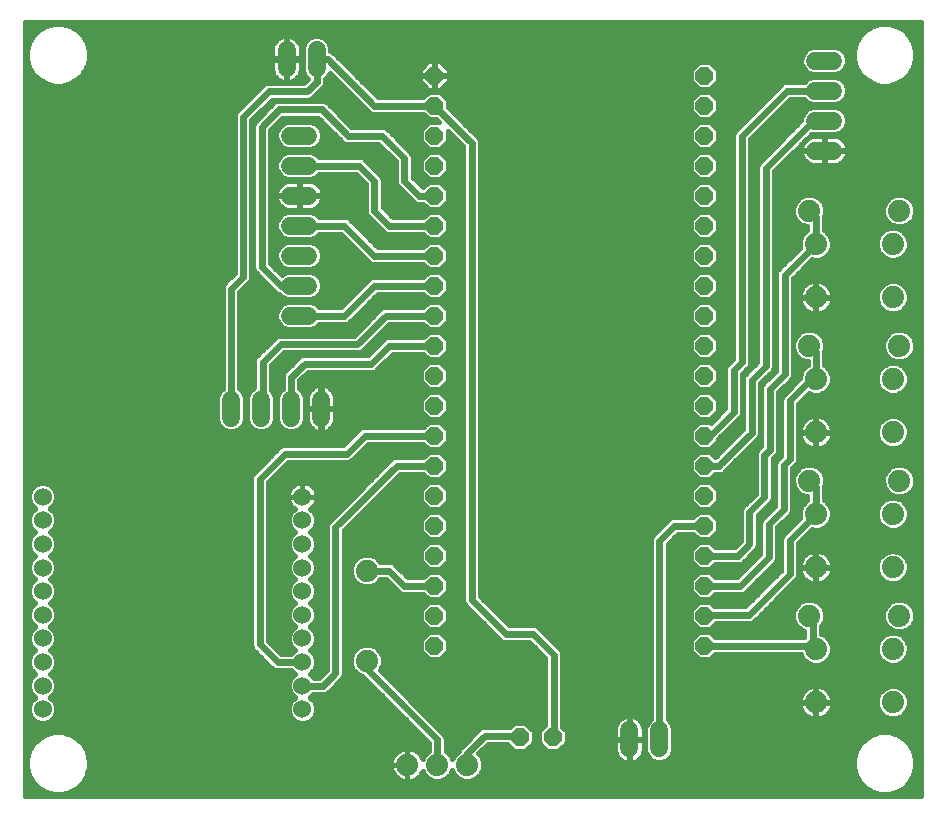
<source format=gbl>
G75*
%MOIN*%
%OFA0B0*%
%FSLAX25Y25*%
%IPPOS*%
%LPD*%
%AMOC8*
5,1,8,0,0,1.08239X$1,22.5*
%
%ADD10C,0.06000*%
%ADD11OC8,0.05937*%
%ADD12OC8,0.06000*%
%ADD13C,0.07400*%
%ADD14C,0.06000*%
%ADD15C,0.01600*%
%ADD16C,0.02400*%
D10*
X0076300Y0141550D02*
X0076300Y0147550D01*
X0086300Y0147550D02*
X0086300Y0141550D01*
X0096300Y0141550D02*
X0096300Y0147550D01*
X0106300Y0147550D02*
X0106300Y0141550D01*
X0102050Y0175550D02*
X0096050Y0175550D01*
X0096050Y0185550D02*
X0102050Y0185550D01*
X0102050Y0195550D02*
X0096050Y0195550D01*
X0096050Y0205550D02*
X0102050Y0205550D01*
X0102050Y0215550D02*
X0096050Y0215550D01*
X0096050Y0225550D02*
X0102050Y0225550D01*
X0102050Y0235550D02*
X0096050Y0235550D01*
X0094800Y0258050D02*
X0094800Y0264050D01*
X0104800Y0264050D02*
X0104800Y0258050D01*
X0271050Y0260550D02*
X0277050Y0260550D01*
X0277050Y0250550D02*
X0271050Y0250550D01*
X0271050Y0240550D02*
X0277050Y0240550D01*
X0277050Y0230550D02*
X0271050Y0230550D01*
X0219050Y0037250D02*
X0219050Y0031250D01*
X0209050Y0031250D02*
X0209050Y0037250D01*
D11*
X0234050Y0065550D03*
X0234050Y0075550D03*
X0234050Y0085550D03*
X0234050Y0095550D03*
X0234050Y0105550D03*
X0234050Y0115550D03*
X0234050Y0125550D03*
X0234050Y0135550D03*
X0234050Y0145550D03*
X0234050Y0155550D03*
X0234050Y0165550D03*
X0234050Y0175550D03*
X0234050Y0185550D03*
X0234050Y0195550D03*
X0234050Y0205550D03*
X0234050Y0215550D03*
X0234050Y0225550D03*
X0234050Y0235550D03*
X0234050Y0245550D03*
X0234050Y0255550D03*
X0144050Y0255550D03*
X0144050Y0245550D03*
X0144050Y0235550D03*
X0144050Y0225550D03*
X0144050Y0215550D03*
X0144050Y0205550D03*
X0144050Y0195550D03*
X0144050Y0185550D03*
X0144050Y0175550D03*
X0144050Y0165550D03*
X0144050Y0155550D03*
X0144050Y0145550D03*
X0144050Y0135550D03*
X0144050Y0125550D03*
X0144050Y0115550D03*
X0144050Y0105550D03*
X0144050Y0095550D03*
X0144050Y0085550D03*
X0144050Y0075550D03*
X0144050Y0065550D03*
D12*
X0172550Y0035050D03*
X0183550Y0035050D03*
D13*
X0155050Y0025800D03*
X0145050Y0025800D03*
X0135050Y0025800D03*
X0121550Y0060550D03*
X0121550Y0090550D03*
X0269050Y0075550D03*
X0271250Y0064450D03*
X0271250Y0046650D03*
X0296850Y0046650D03*
X0296850Y0064450D03*
X0299050Y0075550D03*
X0296850Y0091650D03*
X0296850Y0109450D03*
X0299050Y0120550D03*
X0296850Y0136650D03*
X0296850Y0154450D03*
X0299050Y0165550D03*
X0296850Y0181650D03*
X0296850Y0199450D03*
X0299050Y0210550D03*
X0271250Y0199450D03*
X0269050Y0210550D03*
X0271250Y0181650D03*
X0269050Y0165550D03*
X0271250Y0154450D03*
X0271250Y0136650D03*
X0269050Y0120550D03*
X0271250Y0109450D03*
X0271250Y0091650D03*
D14*
X0100107Y0091554D03*
X0100107Y0099428D03*
X0100107Y0107302D03*
X0100107Y0115176D03*
X0100107Y0083680D03*
X0100107Y0075806D03*
X0100107Y0067932D03*
X0100107Y0060058D03*
X0100107Y0052184D03*
X0100107Y0044310D03*
X0013493Y0044310D03*
X0013493Y0052184D03*
X0013493Y0060058D03*
X0013493Y0067932D03*
X0013493Y0075806D03*
X0013493Y0083680D03*
X0013493Y0091554D03*
X0013493Y0099428D03*
X0013493Y0107302D03*
X0013493Y0115176D03*
D15*
X0007603Y0015350D02*
X0007747Y0273461D01*
X0306201Y0273461D01*
X0306201Y0015350D01*
X0007603Y0015350D01*
X0007604Y0016944D02*
X0014126Y0016944D01*
X0014568Y0016689D02*
X0017190Y0015986D01*
X0019906Y0015986D01*
X0022528Y0016689D01*
X0024880Y0018047D01*
X0026800Y0019966D01*
X0028157Y0022318D01*
X0028860Y0024940D01*
X0028860Y0027656D01*
X0028157Y0030278D01*
X0026800Y0032630D01*
X0024880Y0034550D01*
X0022528Y0035907D01*
X0019906Y0036610D01*
X0017190Y0036610D01*
X0014568Y0035907D01*
X0012216Y0034550D01*
X0010297Y0032630D01*
X0008939Y0030278D01*
X0008236Y0027656D01*
X0008236Y0024940D01*
X0008939Y0022318D01*
X0010297Y0019966D01*
X0012216Y0018047D01*
X0014568Y0016689D01*
X0011720Y0018543D02*
X0007604Y0018543D01*
X0007605Y0020141D02*
X0010196Y0020141D01*
X0009273Y0021740D02*
X0007606Y0021740D01*
X0007607Y0023338D02*
X0008666Y0023338D01*
X0008237Y0024937D02*
X0007608Y0024937D01*
X0007609Y0026535D02*
X0008236Y0026535D01*
X0008364Y0028134D02*
X0007610Y0028134D01*
X0007611Y0029732D02*
X0008793Y0029732D01*
X0009547Y0031331D02*
X0007612Y0031331D01*
X0007613Y0032929D02*
X0010596Y0032929D01*
X0012195Y0034528D02*
X0007613Y0034528D01*
X0007614Y0036126D02*
X0015385Y0036126D01*
X0014408Y0039710D02*
X0012578Y0039710D01*
X0010887Y0040410D01*
X0009593Y0041704D01*
X0008893Y0043395D01*
X0008893Y0045225D01*
X0009593Y0046916D01*
X0010887Y0048210D01*
X0010977Y0048247D01*
X0010887Y0048284D01*
X0009593Y0049578D01*
X0008893Y0051269D01*
X0008893Y0053099D01*
X0009593Y0054790D01*
X0010887Y0056084D01*
X0010977Y0056121D01*
X0010887Y0056158D01*
X0009593Y0057452D01*
X0008893Y0059143D01*
X0008893Y0060973D01*
X0009593Y0062664D01*
X0010887Y0063958D01*
X0010977Y0063995D01*
X0010887Y0064032D01*
X0009593Y0065326D01*
X0008893Y0067017D01*
X0008893Y0068847D01*
X0009593Y0070538D01*
X0010887Y0071832D01*
X0010977Y0071869D01*
X0010887Y0071906D01*
X0009593Y0073200D01*
X0008893Y0074891D01*
X0008893Y0076721D01*
X0009593Y0078412D01*
X0010887Y0079706D01*
X0010977Y0079743D01*
X0010887Y0079780D01*
X0009593Y0081074D01*
X0008893Y0082765D01*
X0008893Y0084595D01*
X0009593Y0086286D01*
X0010887Y0087580D01*
X0010977Y0087617D01*
X0010887Y0087654D01*
X0009593Y0088948D01*
X0008893Y0090639D01*
X0008893Y0092469D01*
X0009593Y0094160D01*
X0010887Y0095454D01*
X0010977Y0095491D01*
X0010887Y0095528D01*
X0009593Y0096822D01*
X0008893Y0098513D01*
X0008893Y0100343D01*
X0009593Y0102034D01*
X0010887Y0103328D01*
X0010977Y0103365D01*
X0010887Y0103402D01*
X0009593Y0104696D01*
X0008893Y0106387D01*
X0008893Y0108217D01*
X0009593Y0109908D01*
X0010887Y0111202D01*
X0010977Y0111239D01*
X0010887Y0111276D01*
X0009593Y0112570D01*
X0008893Y0114261D01*
X0008893Y0116091D01*
X0009593Y0117782D01*
X0010887Y0119076D01*
X0012578Y0119776D01*
X0014408Y0119776D01*
X0016099Y0119076D01*
X0017393Y0117782D01*
X0018093Y0116091D01*
X0018093Y0114261D01*
X0017393Y0112570D01*
X0016099Y0111276D01*
X0016008Y0111239D01*
X0016099Y0111202D01*
X0017393Y0109908D01*
X0018093Y0108217D01*
X0018093Y0106387D01*
X0017393Y0104696D01*
X0016099Y0103402D01*
X0016008Y0103365D01*
X0016099Y0103328D01*
X0017393Y0102034D01*
X0018093Y0100343D01*
X0018093Y0098513D01*
X0017393Y0096822D01*
X0016099Y0095528D01*
X0016008Y0095491D01*
X0016099Y0095454D01*
X0017393Y0094160D01*
X0018093Y0092469D01*
X0018093Y0090639D01*
X0017393Y0088948D01*
X0016099Y0087654D01*
X0016008Y0087617D01*
X0016099Y0087580D01*
X0017393Y0086286D01*
X0018093Y0084595D01*
X0018093Y0082765D01*
X0017393Y0081074D01*
X0016099Y0079780D01*
X0016008Y0079743D01*
X0016099Y0079706D01*
X0017393Y0078412D01*
X0018093Y0076721D01*
X0018093Y0074891D01*
X0017393Y0073200D01*
X0016099Y0071906D01*
X0016008Y0071869D01*
X0016099Y0071832D01*
X0017393Y0070538D01*
X0018093Y0068847D01*
X0018093Y0067017D01*
X0017393Y0065326D01*
X0016099Y0064032D01*
X0016008Y0063995D01*
X0016099Y0063958D01*
X0017393Y0062664D01*
X0018093Y0060973D01*
X0018093Y0059143D01*
X0017393Y0057452D01*
X0016099Y0056158D01*
X0016008Y0056121D01*
X0016099Y0056084D01*
X0017393Y0054790D01*
X0018093Y0053099D01*
X0018093Y0051269D01*
X0017393Y0049578D01*
X0016099Y0048284D01*
X0016008Y0048247D01*
X0016099Y0048210D01*
X0017393Y0046916D01*
X0018093Y0045225D01*
X0018093Y0043395D01*
X0017393Y0041704D01*
X0016099Y0040410D01*
X0014408Y0039710D01*
X0016610Y0040922D02*
X0096990Y0040922D01*
X0097501Y0040410D02*
X0099192Y0039710D01*
X0101022Y0039710D01*
X0102713Y0040410D01*
X0104007Y0041704D01*
X0104707Y0043395D01*
X0104707Y0045225D01*
X0104007Y0046916D01*
X0102713Y0048210D01*
X0102623Y0048247D01*
X0102713Y0048284D01*
X0103679Y0049250D01*
X0107357Y0049250D01*
X0108386Y0049676D01*
X0109174Y0050464D01*
X0113424Y0054714D01*
X0113850Y0055743D01*
X0113850Y0103890D01*
X0132710Y0122750D01*
X0140389Y0122750D01*
X0142158Y0120981D01*
X0145942Y0120981D01*
X0148618Y0123658D01*
X0148618Y0127442D01*
X0145942Y0130118D01*
X0142158Y0130118D01*
X0140389Y0128350D01*
X0130993Y0128350D01*
X0129964Y0127924D01*
X0109464Y0107424D01*
X0108676Y0106636D01*
X0108250Y0105607D01*
X0108250Y0057460D01*
X0105640Y0054850D01*
X0103946Y0054850D01*
X0102713Y0056084D01*
X0102623Y0056121D01*
X0102713Y0056158D01*
X0104007Y0057452D01*
X0104707Y0059143D01*
X0104707Y0060973D01*
X0104007Y0062664D01*
X0102713Y0063958D01*
X0102623Y0063995D01*
X0102713Y0064032D01*
X0104007Y0065326D01*
X0104707Y0067017D01*
X0104707Y0068847D01*
X0104007Y0070538D01*
X0102713Y0071832D01*
X0102623Y0071869D01*
X0102713Y0071906D01*
X0104007Y0073200D01*
X0104707Y0074891D01*
X0104707Y0076721D01*
X0104007Y0078412D01*
X0102713Y0079706D01*
X0102623Y0079743D01*
X0102713Y0079780D01*
X0104007Y0081074D01*
X0104707Y0082765D01*
X0104707Y0084595D01*
X0104007Y0086286D01*
X0102713Y0087580D01*
X0102623Y0087617D01*
X0102713Y0087654D01*
X0104007Y0088948D01*
X0104707Y0090639D01*
X0104707Y0092469D01*
X0104007Y0094160D01*
X0102713Y0095454D01*
X0102623Y0095491D01*
X0102713Y0095528D01*
X0104007Y0096822D01*
X0104707Y0098513D01*
X0104707Y0100343D01*
X0104007Y0102034D01*
X0102713Y0103328D01*
X0102623Y0103365D01*
X0102713Y0103402D01*
X0104007Y0104696D01*
X0104707Y0106387D01*
X0104707Y0108217D01*
X0104007Y0109908D01*
X0102751Y0111164D01*
X0103234Y0111515D01*
X0103768Y0112049D01*
X0104212Y0112660D01*
X0104555Y0113333D01*
X0104789Y0114052D01*
X0104907Y0114798D01*
X0104907Y0115176D01*
X0104907Y0115554D01*
X0104789Y0116300D01*
X0104555Y0117019D01*
X0104212Y0117692D01*
X0103768Y0118303D01*
X0103234Y0118837D01*
X0102623Y0119281D01*
X0101950Y0119624D01*
X0101231Y0119858D01*
X0100485Y0119976D01*
X0100107Y0119976D01*
X0099729Y0119976D01*
X0098983Y0119858D01*
X0098265Y0119624D01*
X0097591Y0119281D01*
X0096980Y0118837D01*
X0096446Y0118303D01*
X0096002Y0117692D01*
X0095659Y0117019D01*
X0095425Y0116300D01*
X0095307Y0115554D01*
X0095307Y0115176D01*
X0100107Y0115176D01*
X0100107Y0115176D01*
X0095307Y0115176D01*
X0095307Y0114798D01*
X0095425Y0114052D01*
X0095659Y0113333D01*
X0096002Y0112660D01*
X0096446Y0112049D01*
X0096980Y0111515D01*
X0097463Y0111164D01*
X0096207Y0109908D01*
X0095507Y0108217D01*
X0095507Y0106387D01*
X0096207Y0104696D01*
X0097501Y0103402D01*
X0097592Y0103365D01*
X0097501Y0103328D01*
X0096207Y0102034D01*
X0095507Y0100343D01*
X0095507Y0098513D01*
X0096207Y0096822D01*
X0097501Y0095528D01*
X0097592Y0095491D01*
X0097501Y0095454D01*
X0096207Y0094160D01*
X0095507Y0092469D01*
X0095507Y0090639D01*
X0096207Y0088948D01*
X0097501Y0087654D01*
X0097592Y0087617D01*
X0097501Y0087580D01*
X0096207Y0086286D01*
X0095507Y0084595D01*
X0095507Y0082765D01*
X0096207Y0081074D01*
X0097501Y0079780D01*
X0097592Y0079743D01*
X0097501Y0079706D01*
X0096207Y0078412D01*
X0095507Y0076721D01*
X0095507Y0074891D01*
X0096207Y0073200D01*
X0097501Y0071906D01*
X0097592Y0071869D01*
X0097501Y0071832D01*
X0096207Y0070538D01*
X0095507Y0068847D01*
X0095507Y0067017D01*
X0096207Y0065326D01*
X0097501Y0064032D01*
X0097592Y0063995D01*
X0097501Y0063958D01*
X0096394Y0062850D01*
X0092960Y0062850D01*
X0088600Y0067210D01*
X0088600Y0119890D01*
X0095460Y0126750D01*
X0115357Y0126750D01*
X0116386Y0127176D01*
X0117174Y0127964D01*
X0121960Y0132750D01*
X0140389Y0132750D01*
X0142158Y0130981D01*
X0145942Y0130981D01*
X0148618Y0133658D01*
X0148618Y0137442D01*
X0145942Y0140118D01*
X0142158Y0140118D01*
X0140389Y0138350D01*
X0120243Y0138350D01*
X0119214Y0137924D01*
X0113640Y0132350D01*
X0093743Y0132350D01*
X0092714Y0131924D01*
X0084214Y0123424D01*
X0083426Y0122636D01*
X0083000Y0121607D01*
X0083000Y0065493D01*
X0083426Y0064464D01*
X0089426Y0058464D01*
X0090214Y0057676D01*
X0091243Y0057250D01*
X0096410Y0057250D01*
X0097501Y0056158D01*
X0097591Y0056121D01*
X0097501Y0056084D01*
X0096207Y0054790D01*
X0095507Y0053099D01*
X0095507Y0051269D01*
X0096207Y0049578D01*
X0097501Y0048284D01*
X0097591Y0048247D01*
X0097501Y0048210D01*
X0096207Y0046916D01*
X0095507Y0045225D01*
X0095507Y0043395D01*
X0096207Y0041704D01*
X0097501Y0040410D01*
X0095869Y0042520D02*
X0017731Y0042520D01*
X0018093Y0044119D02*
X0095507Y0044119D01*
X0095711Y0045717D02*
X0017889Y0045717D01*
X0016992Y0047316D02*
X0096608Y0047316D01*
X0096871Y0048914D02*
X0016729Y0048914D01*
X0017780Y0050513D02*
X0095820Y0050513D01*
X0095507Y0052111D02*
X0018093Y0052111D01*
X0017840Y0053710D02*
X0095760Y0053710D01*
X0096726Y0055308D02*
X0016874Y0055308D01*
X0016847Y0056907D02*
X0096753Y0056907D01*
X0096845Y0063301D02*
X0092509Y0063301D01*
X0090910Y0064899D02*
X0096634Y0064899D01*
X0095722Y0066498D02*
X0089312Y0066498D01*
X0088600Y0068096D02*
X0095507Y0068096D01*
X0095858Y0069695D02*
X0088600Y0069695D01*
X0088600Y0071293D02*
X0096963Y0071293D01*
X0096516Y0072892D02*
X0088600Y0072892D01*
X0088600Y0074490D02*
X0095673Y0074490D01*
X0095507Y0076089D02*
X0088600Y0076089D01*
X0088600Y0077687D02*
X0095907Y0077687D01*
X0097082Y0079286D02*
X0088600Y0079286D01*
X0088600Y0080884D02*
X0096397Y0080884D01*
X0095624Y0082483D02*
X0088600Y0082483D01*
X0088600Y0084082D02*
X0095507Y0084082D01*
X0095957Y0085680D02*
X0088600Y0085680D01*
X0088600Y0087279D02*
X0097200Y0087279D01*
X0096279Y0088877D02*
X0088600Y0088877D01*
X0088600Y0090476D02*
X0095575Y0090476D01*
X0095507Y0092074D02*
X0088600Y0092074D01*
X0088600Y0093673D02*
X0096006Y0093673D01*
X0097319Y0095271D02*
X0088600Y0095271D01*
X0088600Y0096870D02*
X0096188Y0096870D01*
X0095526Y0098468D02*
X0088600Y0098468D01*
X0088600Y0100067D02*
X0095507Y0100067D01*
X0096055Y0101665D02*
X0088600Y0101665D01*
X0088600Y0103264D02*
X0097437Y0103264D01*
X0096139Y0104862D02*
X0088600Y0104862D01*
X0088600Y0106461D02*
X0095507Y0106461D01*
X0095507Y0108059D02*
X0088600Y0108059D01*
X0088600Y0109658D02*
X0096104Y0109658D01*
X0097336Y0111256D02*
X0088600Y0111256D01*
X0088600Y0112855D02*
X0095903Y0112855D01*
X0095362Y0114453D02*
X0088600Y0114453D01*
X0088600Y0116052D02*
X0095386Y0116052D01*
X0095981Y0117650D02*
X0088600Y0117650D01*
X0088600Y0119249D02*
X0097547Y0119249D01*
X0100107Y0119249D02*
X0100107Y0119249D01*
X0100107Y0119976D02*
X0100107Y0115176D01*
X0100107Y0115176D01*
X0100107Y0119976D01*
X0100107Y0117650D02*
X0100107Y0117650D01*
X0100107Y0116052D02*
X0100107Y0116052D01*
X0100107Y0115176D02*
X0104907Y0115176D01*
X0100107Y0115176D01*
X0100107Y0115176D01*
X0102668Y0119249D02*
X0121289Y0119249D01*
X0122887Y0120847D02*
X0089557Y0120847D01*
X0091156Y0122446D02*
X0124486Y0122446D01*
X0126085Y0124044D02*
X0092754Y0124044D01*
X0094353Y0125643D02*
X0127683Y0125643D01*
X0129282Y0127241D02*
X0116451Y0127241D01*
X0118050Y0128840D02*
X0140879Y0128840D01*
X0141102Y0132037D02*
X0121247Y0132037D01*
X0119648Y0130438D02*
X0153750Y0130438D01*
X0153750Y0128840D02*
X0147221Y0128840D01*
X0148618Y0127241D02*
X0153750Y0127241D01*
X0153750Y0125643D02*
X0148618Y0125643D01*
X0148618Y0124044D02*
X0153750Y0124044D01*
X0153750Y0122446D02*
X0147407Y0122446D01*
X0145942Y0120118D02*
X0148618Y0117442D01*
X0148618Y0113658D01*
X0145942Y0110981D01*
X0142158Y0110981D01*
X0139481Y0113658D01*
X0139481Y0117442D01*
X0142158Y0120118D01*
X0145942Y0120118D01*
X0146812Y0119249D02*
X0153750Y0119249D01*
X0153750Y0120847D02*
X0130807Y0120847D01*
X0129209Y0119249D02*
X0141288Y0119249D01*
X0139689Y0117650D02*
X0127610Y0117650D01*
X0126012Y0116052D02*
X0139481Y0116052D01*
X0139481Y0114453D02*
X0124413Y0114453D01*
X0122815Y0112855D02*
X0140284Y0112855D01*
X0141883Y0111256D02*
X0121216Y0111256D01*
X0119617Y0109658D02*
X0141697Y0109658D01*
X0142158Y0110118D02*
X0139481Y0107442D01*
X0139481Y0103658D01*
X0142158Y0100981D01*
X0145942Y0100981D01*
X0148618Y0103658D01*
X0148618Y0107442D01*
X0145942Y0110118D01*
X0142158Y0110118D01*
X0140098Y0108059D02*
X0118019Y0108059D01*
X0116420Y0106461D02*
X0139481Y0106461D01*
X0139481Y0104862D02*
X0114822Y0104862D01*
X0113850Y0103264D02*
X0139876Y0103264D01*
X0141474Y0101665D02*
X0113850Y0101665D01*
X0113850Y0100067D02*
X0142106Y0100067D01*
X0142158Y0100118D02*
X0139481Y0097442D01*
X0139481Y0093658D01*
X0142158Y0090981D01*
X0145942Y0090981D01*
X0148618Y0093658D01*
X0148618Y0097442D01*
X0145942Y0100118D01*
X0142158Y0100118D01*
X0140507Y0098468D02*
X0113850Y0098468D01*
X0113850Y0096870D02*
X0139481Y0096870D01*
X0139481Y0095271D02*
X0124002Y0095271D01*
X0124552Y0095043D02*
X0122604Y0095850D01*
X0120496Y0095850D01*
X0118548Y0095043D01*
X0117057Y0093552D01*
X0116250Y0091604D01*
X0116250Y0089496D01*
X0117057Y0087548D01*
X0118548Y0086057D01*
X0120496Y0085250D01*
X0122604Y0085250D01*
X0124552Y0086057D01*
X0126043Y0087548D01*
X0126127Y0087750D01*
X0127890Y0087750D01*
X0132464Y0083176D01*
X0133493Y0082750D01*
X0140389Y0082750D01*
X0142158Y0080981D01*
X0145942Y0080981D01*
X0148618Y0083658D01*
X0148618Y0087442D01*
X0145942Y0090118D01*
X0142158Y0090118D01*
X0140389Y0088350D01*
X0135210Y0088350D01*
X0131424Y0092136D01*
X0130636Y0092924D01*
X0129607Y0093350D01*
X0126127Y0093350D01*
X0126043Y0093552D01*
X0124552Y0095043D01*
X0125923Y0093673D02*
X0139481Y0093673D01*
X0141065Y0092074D02*
X0131486Y0092074D01*
X0133084Y0090476D02*
X0153750Y0090476D01*
X0153750Y0092074D02*
X0147035Y0092074D01*
X0148618Y0093673D02*
X0153750Y0093673D01*
X0153750Y0095271D02*
X0148618Y0095271D01*
X0148618Y0096870D02*
X0153750Y0096870D01*
X0153750Y0098468D02*
X0147593Y0098468D01*
X0145994Y0100067D02*
X0153750Y0100067D01*
X0153750Y0101665D02*
X0146626Y0101665D01*
X0148224Y0103264D02*
X0153750Y0103264D01*
X0153750Y0104862D02*
X0148618Y0104862D01*
X0148618Y0106461D02*
X0153750Y0106461D01*
X0153750Y0108059D02*
X0148002Y0108059D01*
X0146403Y0109658D02*
X0153750Y0109658D01*
X0153750Y0111256D02*
X0146217Y0111256D01*
X0147816Y0112855D02*
X0153750Y0112855D01*
X0153750Y0114453D02*
X0148618Y0114453D01*
X0148618Y0116052D02*
X0153750Y0116052D01*
X0153750Y0117650D02*
X0148411Y0117650D01*
X0140693Y0122446D02*
X0132406Y0122446D01*
X0119690Y0117650D02*
X0104234Y0117650D01*
X0104828Y0116052D02*
X0118092Y0116052D01*
X0116493Y0114453D02*
X0104852Y0114453D01*
X0104311Y0112855D02*
X0114895Y0112855D01*
X0113296Y0111256D02*
X0102878Y0111256D01*
X0104110Y0109658D02*
X0111698Y0109658D01*
X0110099Y0108059D02*
X0104707Y0108059D01*
X0104707Y0106461D02*
X0108604Y0106461D01*
X0108250Y0104862D02*
X0104075Y0104862D01*
X0102777Y0103264D02*
X0108250Y0103264D01*
X0108250Y0101665D02*
X0104159Y0101665D01*
X0104707Y0100067D02*
X0108250Y0100067D01*
X0108250Y0098468D02*
X0104689Y0098468D01*
X0104026Y0096870D02*
X0108250Y0096870D01*
X0108250Y0095271D02*
X0102895Y0095271D01*
X0104209Y0093673D02*
X0108250Y0093673D01*
X0108250Y0092074D02*
X0104707Y0092074D01*
X0104639Y0090476D02*
X0108250Y0090476D01*
X0108250Y0088877D02*
X0103936Y0088877D01*
X0103014Y0087279D02*
X0108250Y0087279D01*
X0108250Y0085680D02*
X0104258Y0085680D01*
X0104707Y0084082D02*
X0108250Y0084082D01*
X0108250Y0082483D02*
X0104590Y0082483D01*
X0103817Y0080884D02*
X0108250Y0080884D01*
X0108250Y0079286D02*
X0103132Y0079286D01*
X0104307Y0077687D02*
X0108250Y0077687D01*
X0108250Y0076089D02*
X0104707Y0076089D01*
X0104541Y0074490D02*
X0108250Y0074490D01*
X0108250Y0072892D02*
X0103698Y0072892D01*
X0103251Y0071293D02*
X0108250Y0071293D01*
X0108250Y0069695D02*
X0104356Y0069695D01*
X0104707Y0068096D02*
X0108250Y0068096D01*
X0108250Y0066498D02*
X0104492Y0066498D01*
X0103580Y0064899D02*
X0108250Y0064899D01*
X0108250Y0063301D02*
X0103369Y0063301D01*
X0104405Y0061702D02*
X0108250Y0061702D01*
X0108250Y0060104D02*
X0104707Y0060104D01*
X0104443Y0058505D02*
X0108250Y0058505D01*
X0107697Y0056907D02*
X0103461Y0056907D01*
X0103488Y0055308D02*
X0106099Y0055308D01*
X0109223Y0050513D02*
X0124877Y0050513D01*
X0123279Y0052111D02*
X0110821Y0052111D01*
X0112420Y0053710D02*
X0121680Y0053710D01*
X0120082Y0055308D02*
X0113670Y0055308D01*
X0113850Y0056907D02*
X0117698Y0056907D01*
X0117057Y0057548D02*
X0118548Y0056057D01*
X0119889Y0055501D01*
X0119964Y0055426D01*
X0142250Y0033140D01*
X0142250Y0030377D01*
X0142048Y0030293D01*
X0140557Y0028802D01*
X0140165Y0027856D01*
X0140147Y0027911D01*
X0139754Y0028683D01*
X0139245Y0029383D01*
X0138633Y0029995D01*
X0137933Y0030504D01*
X0137161Y0030897D01*
X0136338Y0031165D01*
X0135483Y0031300D01*
X0135050Y0031300D01*
X0135050Y0025800D01*
X0135050Y0025800D01*
X0135050Y0031300D01*
X0134617Y0031300D01*
X0133762Y0031165D01*
X0132939Y0030897D01*
X0132167Y0030504D01*
X0131467Y0029995D01*
X0130855Y0029383D01*
X0130346Y0028683D01*
X0129953Y0027911D01*
X0129685Y0027088D01*
X0129550Y0026233D01*
X0129550Y0025800D01*
X0135050Y0025800D01*
X0135050Y0020300D01*
X0135483Y0020300D01*
X0136338Y0020435D01*
X0137161Y0020703D01*
X0137933Y0021096D01*
X0138633Y0021605D01*
X0139245Y0022217D01*
X0139754Y0022917D01*
X0140147Y0023689D01*
X0140165Y0023744D01*
X0140557Y0022798D01*
X0142048Y0021307D01*
X0143996Y0020500D01*
X0146104Y0020500D01*
X0148052Y0021307D01*
X0149543Y0022798D01*
X0150050Y0024022D01*
X0150557Y0022798D01*
X0152048Y0021307D01*
X0153996Y0020500D01*
X0156104Y0020500D01*
X0158052Y0021307D01*
X0159543Y0022798D01*
X0160350Y0024746D01*
X0160350Y0026854D01*
X0159543Y0028802D01*
X0158778Y0029568D01*
X0161960Y0032750D01*
X0168345Y0032750D01*
X0170645Y0030450D01*
X0174455Y0030450D01*
X0177150Y0033145D01*
X0177150Y0036955D01*
X0174455Y0039650D01*
X0170645Y0039650D01*
X0169345Y0038350D01*
X0160243Y0038350D01*
X0159214Y0037924D01*
X0158426Y0037136D01*
X0153464Y0032174D01*
X0152676Y0031386D01*
X0152260Y0030381D01*
X0152048Y0030293D01*
X0150557Y0028802D01*
X0150050Y0027578D01*
X0149543Y0028802D01*
X0148052Y0030293D01*
X0147850Y0030377D01*
X0147850Y0034857D01*
X0147424Y0035886D01*
X0125903Y0057407D01*
X0126043Y0057548D01*
X0126850Y0059496D01*
X0126850Y0061604D01*
X0126043Y0063552D01*
X0124552Y0065043D01*
X0122604Y0065850D01*
X0120496Y0065850D01*
X0118548Y0065043D01*
X0117057Y0063552D01*
X0116250Y0061604D01*
X0116250Y0059496D01*
X0117057Y0057548D01*
X0116660Y0058505D02*
X0113850Y0058505D01*
X0113850Y0060104D02*
X0116250Y0060104D01*
X0116291Y0061702D02*
X0113850Y0061702D01*
X0113850Y0063301D02*
X0116953Y0063301D01*
X0118404Y0064899D02*
X0113850Y0064899D01*
X0113850Y0066498D02*
X0139481Y0066498D01*
X0139481Y0067442D02*
X0139481Y0063658D01*
X0142158Y0060981D01*
X0145942Y0060981D01*
X0148618Y0063658D01*
X0148618Y0067442D01*
X0145942Y0070118D01*
X0142158Y0070118D01*
X0139481Y0067442D01*
X0140136Y0068096D02*
X0113850Y0068096D01*
X0113850Y0069695D02*
X0141734Y0069695D01*
X0142158Y0070981D02*
X0145942Y0070981D01*
X0148618Y0073658D01*
X0148618Y0077442D01*
X0145942Y0080118D01*
X0142158Y0080118D01*
X0139481Y0077442D01*
X0139481Y0073658D01*
X0142158Y0070981D01*
X0141846Y0071293D02*
X0113850Y0071293D01*
X0113850Y0072892D02*
X0140247Y0072892D01*
X0139481Y0074490D02*
X0113850Y0074490D01*
X0113850Y0076089D02*
X0139481Y0076089D01*
X0139727Y0077687D02*
X0113850Y0077687D01*
X0113850Y0079286D02*
X0141325Y0079286D01*
X0140656Y0082483D02*
X0113850Y0082483D01*
X0113850Y0080884D02*
X0153750Y0080884D01*
X0153750Y0080243D02*
X0154176Y0079214D01*
X0165426Y0067964D01*
X0166214Y0067176D01*
X0167243Y0066750D01*
X0175640Y0066750D01*
X0181000Y0061390D01*
X0181000Y0039005D01*
X0178950Y0036955D01*
X0178950Y0033145D01*
X0181645Y0030450D01*
X0185455Y0030450D01*
X0188150Y0033145D01*
X0188150Y0036955D01*
X0186600Y0038505D01*
X0186600Y0063107D01*
X0186174Y0064136D01*
X0185386Y0064924D01*
X0178386Y0071924D01*
X0177357Y0072350D01*
X0168960Y0072350D01*
X0159350Y0081960D01*
X0159350Y0233607D01*
X0158924Y0234636D01*
X0158136Y0235424D01*
X0148618Y0244941D01*
X0148618Y0247442D01*
X0145942Y0250118D01*
X0142158Y0250118D01*
X0140389Y0248350D01*
X0125210Y0248350D01*
X0110136Y0263424D01*
X0109400Y0263729D01*
X0109400Y0264965D01*
X0108700Y0266656D01*
X0107406Y0267950D01*
X0105715Y0268650D01*
X0103885Y0268650D01*
X0102194Y0267950D01*
X0100900Y0266656D01*
X0100200Y0264965D01*
X0100200Y0257135D01*
X0100900Y0255444D01*
X0101817Y0254527D01*
X0100390Y0253100D01*
X0088243Y0253100D01*
X0087214Y0252674D01*
X0077926Y0243386D01*
X0077500Y0242357D01*
X0077500Y0189710D01*
X0074714Y0186924D01*
X0073926Y0186136D01*
X0073500Y0185107D01*
X0073500Y0151255D01*
X0072400Y0150156D01*
X0071700Y0148465D01*
X0071700Y0140635D01*
X0072400Y0138944D01*
X0073694Y0137650D01*
X0075385Y0136950D01*
X0077215Y0136950D01*
X0078906Y0137650D01*
X0080200Y0138944D01*
X0080900Y0140635D01*
X0080900Y0148465D01*
X0080200Y0150156D01*
X0079100Y0151255D01*
X0079100Y0183390D01*
X0082674Y0186964D01*
X0083100Y0187993D01*
X0083100Y0240640D01*
X0089960Y0247500D01*
X0102107Y0247500D01*
X0103136Y0247926D01*
X0107174Y0251964D01*
X0107600Y0252993D01*
X0107600Y0254345D01*
X0108700Y0255444D01*
X0109138Y0256502D01*
X0122464Y0243176D01*
X0123493Y0242750D01*
X0140389Y0242750D01*
X0142158Y0240981D01*
X0144659Y0240981D01*
X0145522Y0240118D01*
X0142158Y0240118D01*
X0139481Y0237442D01*
X0139481Y0233658D01*
X0142158Y0230981D01*
X0145942Y0230981D01*
X0148618Y0233658D01*
X0148618Y0237022D01*
X0153750Y0231890D01*
X0153750Y0080243D01*
X0154146Y0079286D02*
X0146775Y0079286D01*
X0148373Y0077687D02*
X0155703Y0077687D01*
X0157301Y0076089D02*
X0148618Y0076089D01*
X0148618Y0074490D02*
X0158900Y0074490D01*
X0160498Y0072892D02*
X0147853Y0072892D01*
X0146254Y0071293D02*
X0162097Y0071293D01*
X0163695Y0069695D02*
X0146366Y0069695D01*
X0147964Y0068096D02*
X0165294Y0068096D01*
X0168418Y0072892D02*
X0216250Y0072892D01*
X0216250Y0074490D02*
X0166819Y0074490D01*
X0165221Y0076089D02*
X0216250Y0076089D01*
X0216250Y0077687D02*
X0163622Y0077687D01*
X0162024Y0079286D02*
X0216250Y0079286D01*
X0216250Y0080884D02*
X0160425Y0080884D01*
X0159350Y0082483D02*
X0216250Y0082483D01*
X0216250Y0084082D02*
X0159350Y0084082D01*
X0159350Y0085680D02*
X0216250Y0085680D01*
X0216250Y0087279D02*
X0159350Y0087279D01*
X0159350Y0088877D02*
X0216250Y0088877D01*
X0216250Y0090476D02*
X0159350Y0090476D01*
X0159350Y0092074D02*
X0216250Y0092074D01*
X0216250Y0093673D02*
X0159350Y0093673D01*
X0159350Y0095271D02*
X0216250Y0095271D01*
X0216250Y0096870D02*
X0159350Y0096870D01*
X0159350Y0098468D02*
X0216250Y0098468D01*
X0216250Y0100067D02*
X0159350Y0100067D01*
X0159350Y0101665D02*
X0216481Y0101665D01*
X0216676Y0102136D02*
X0216250Y0101107D01*
X0216250Y0040955D01*
X0215150Y0039856D01*
X0214450Y0038165D01*
X0214450Y0030335D01*
X0215150Y0028644D01*
X0216444Y0027350D01*
X0218135Y0026650D01*
X0219965Y0026650D01*
X0221656Y0027350D01*
X0222950Y0028644D01*
X0223650Y0030335D01*
X0223650Y0038165D01*
X0222950Y0039856D01*
X0221850Y0040955D01*
X0221850Y0099390D01*
X0225210Y0102750D01*
X0230389Y0102750D01*
X0232158Y0100981D01*
X0235942Y0100981D01*
X0238618Y0103658D01*
X0238618Y0107442D01*
X0235942Y0110118D01*
X0232158Y0110118D01*
X0230389Y0108350D01*
X0223493Y0108350D01*
X0222464Y0107924D01*
X0217464Y0102924D01*
X0216676Y0102136D01*
X0217804Y0103264D02*
X0159350Y0103264D01*
X0159350Y0104862D02*
X0219402Y0104862D01*
X0221001Y0106461D02*
X0159350Y0106461D01*
X0159350Y0108059D02*
X0222791Y0108059D01*
X0224125Y0101665D02*
X0231474Y0101665D01*
X0232158Y0100118D02*
X0229481Y0097442D01*
X0229481Y0093658D01*
X0232158Y0090981D01*
X0235942Y0090981D01*
X0237711Y0092750D01*
X0245857Y0092750D01*
X0246886Y0093176D01*
X0250636Y0096926D01*
X0251424Y0097714D01*
X0251850Y0098743D01*
X0251850Y0108890D01*
X0255636Y0112676D01*
X0256424Y0113464D01*
X0256850Y0114493D01*
X0256850Y0127890D01*
X0257386Y0128426D01*
X0258174Y0129214D01*
X0258600Y0130243D01*
X0258600Y0149890D01*
X0263174Y0154464D01*
X0263600Y0155493D01*
X0263600Y0187840D01*
X0269994Y0194234D01*
X0270196Y0194150D01*
X0272304Y0194150D01*
X0274252Y0194957D01*
X0275743Y0196448D01*
X0276550Y0198396D01*
X0276550Y0200504D01*
X0275743Y0202452D01*
X0274252Y0203943D01*
X0274050Y0204027D01*
X0274050Y0208771D01*
X0274350Y0209496D01*
X0274350Y0211604D01*
X0273543Y0213552D01*
X0272052Y0215043D01*
X0270104Y0215850D01*
X0267996Y0215850D01*
X0266048Y0215043D01*
X0264557Y0213552D01*
X0263750Y0211604D01*
X0263750Y0209496D01*
X0264557Y0207548D01*
X0266048Y0206057D01*
X0267996Y0205250D01*
X0268450Y0205250D01*
X0268450Y0204027D01*
X0268248Y0203943D01*
X0266757Y0202452D01*
X0265950Y0200504D01*
X0265950Y0198396D01*
X0266034Y0198194D01*
X0258426Y0190586D01*
X0258000Y0189557D01*
X0258000Y0157210D01*
X0253426Y0152636D01*
X0253000Y0151607D01*
X0253000Y0131960D01*
X0251676Y0130636D01*
X0251250Y0129607D01*
X0251250Y0116210D01*
X0246676Y0111636D01*
X0246250Y0110607D01*
X0246250Y0100460D01*
X0244140Y0098350D01*
X0237711Y0098350D01*
X0235942Y0100118D01*
X0232158Y0100118D01*
X0232106Y0100067D02*
X0222526Y0100067D01*
X0221850Y0098468D02*
X0230507Y0098468D01*
X0229481Y0096870D02*
X0221850Y0096870D01*
X0221850Y0095271D02*
X0229481Y0095271D01*
X0229481Y0093673D02*
X0221850Y0093673D01*
X0221850Y0092074D02*
X0231065Y0092074D01*
X0232158Y0090118D02*
X0229481Y0087442D01*
X0229481Y0083658D01*
X0232158Y0080981D01*
X0235942Y0080981D01*
X0237711Y0082750D01*
X0246607Y0082750D01*
X0247636Y0083176D01*
X0257136Y0092676D01*
X0257924Y0093464D01*
X0258350Y0094493D01*
X0258350Y0104890D01*
X0262136Y0108676D01*
X0262924Y0109464D01*
X0263350Y0110493D01*
X0263350Y0124640D01*
X0264924Y0126214D01*
X0265350Y0127243D01*
X0265350Y0146140D01*
X0268898Y0149688D01*
X0270196Y0149150D01*
X0272304Y0149150D01*
X0274252Y0149957D01*
X0275743Y0151448D01*
X0276550Y0153396D01*
X0276550Y0155504D01*
X0275743Y0157452D01*
X0274252Y0158943D01*
X0274100Y0159006D01*
X0274100Y0163857D01*
X0274093Y0163875D01*
X0274350Y0164496D01*
X0274350Y0166604D01*
X0273543Y0168552D01*
X0272052Y0170043D01*
X0270104Y0170850D01*
X0267996Y0170850D01*
X0266048Y0170043D01*
X0264557Y0168552D01*
X0263750Y0166604D01*
X0263750Y0164496D01*
X0264557Y0162548D01*
X0266048Y0161057D01*
X0267996Y0160250D01*
X0268500Y0160250D01*
X0268500Y0159048D01*
X0268248Y0158943D01*
X0266757Y0157452D01*
X0265950Y0155504D01*
X0265950Y0154660D01*
X0260176Y0148886D01*
X0259750Y0147857D01*
X0259750Y0128960D01*
X0258176Y0127386D01*
X0257750Y0126357D01*
X0257750Y0112210D01*
X0253964Y0108424D01*
X0253176Y0107636D01*
X0252750Y0106607D01*
X0252750Y0096210D01*
X0244890Y0088350D01*
X0237711Y0088350D01*
X0235942Y0090118D01*
X0232158Y0090118D01*
X0230916Y0088877D02*
X0221850Y0088877D01*
X0221850Y0087279D02*
X0229481Y0087279D01*
X0229481Y0085680D02*
X0221850Y0085680D01*
X0221850Y0084082D02*
X0229481Y0084082D01*
X0230656Y0082483D02*
X0221850Y0082483D01*
X0221850Y0080884D02*
X0249925Y0080884D01*
X0248326Y0079286D02*
X0236775Y0079286D01*
X0237461Y0078600D02*
X0235942Y0080118D01*
X0232158Y0080118D01*
X0229481Y0077442D01*
X0229481Y0073658D01*
X0232158Y0070981D01*
X0235942Y0070981D01*
X0237961Y0073000D01*
X0249357Y0073000D01*
X0250386Y0073426D01*
X0251174Y0074214D01*
X0264924Y0087964D01*
X0265350Y0088993D01*
X0265350Y0099590D01*
X0269994Y0104234D01*
X0270196Y0104150D01*
X0272304Y0104150D01*
X0274252Y0104957D01*
X0275743Y0106448D01*
X0276550Y0108396D01*
X0276550Y0110504D01*
X0275743Y0112452D01*
X0274252Y0113943D01*
X0274050Y0114027D01*
X0274050Y0118772D01*
X0274350Y0119496D01*
X0274350Y0121604D01*
X0273543Y0123552D01*
X0272052Y0125043D01*
X0270104Y0125850D01*
X0267996Y0125850D01*
X0266048Y0125043D01*
X0264557Y0123552D01*
X0263750Y0121604D01*
X0263750Y0119496D01*
X0264557Y0117548D01*
X0266048Y0116057D01*
X0267996Y0115250D01*
X0268450Y0115250D01*
X0268450Y0114027D01*
X0268248Y0113943D01*
X0266757Y0112452D01*
X0265950Y0110504D01*
X0265950Y0108396D01*
X0266034Y0108194D01*
X0260964Y0103124D01*
X0260176Y0102336D01*
X0259750Y0101307D01*
X0259750Y0090710D01*
X0247640Y0078600D01*
X0237461Y0078600D01*
X0237444Y0082483D02*
X0251523Y0082483D01*
X0253122Y0084082D02*
X0248541Y0084082D01*
X0250140Y0085680D02*
X0254720Y0085680D01*
X0256319Y0087279D02*
X0251738Y0087279D01*
X0253337Y0088877D02*
X0257917Y0088877D01*
X0259516Y0090476D02*
X0254935Y0090476D01*
X0256534Y0092074D02*
X0259750Y0092074D01*
X0259750Y0093673D02*
X0258010Y0093673D01*
X0258350Y0095271D02*
X0259750Y0095271D01*
X0259750Y0096870D02*
X0258350Y0096870D01*
X0258350Y0098468D02*
X0259750Y0098468D01*
X0259750Y0100067D02*
X0258350Y0100067D01*
X0258350Y0101665D02*
X0259898Y0101665D01*
X0261104Y0103264D02*
X0258350Y0103264D01*
X0258350Y0104862D02*
X0262702Y0104862D01*
X0264301Y0106461D02*
X0259920Y0106461D01*
X0261519Y0108059D02*
X0265899Y0108059D01*
X0265950Y0109658D02*
X0263004Y0109658D01*
X0262136Y0108676D02*
X0262136Y0108676D01*
X0263350Y0111256D02*
X0266261Y0111256D01*
X0267159Y0112855D02*
X0263350Y0112855D01*
X0263350Y0114453D02*
X0268450Y0114453D01*
X0266060Y0116052D02*
X0263350Y0116052D01*
X0263350Y0117650D02*
X0264514Y0117650D01*
X0263852Y0119249D02*
X0263350Y0119249D01*
X0263350Y0120847D02*
X0263750Y0120847D01*
X0264099Y0122446D02*
X0263350Y0122446D01*
X0263350Y0124044D02*
X0265049Y0124044D01*
X0264353Y0125643D02*
X0267496Y0125643D01*
X0265349Y0127241D02*
X0306201Y0127241D01*
X0306201Y0125643D02*
X0300604Y0125643D01*
X0300104Y0125850D02*
X0297996Y0125850D01*
X0296048Y0125043D01*
X0294557Y0123552D01*
X0293750Y0121604D01*
X0293750Y0119496D01*
X0294557Y0117548D01*
X0296048Y0116057D01*
X0297996Y0115250D01*
X0300104Y0115250D01*
X0302052Y0116057D01*
X0303543Y0117548D01*
X0304350Y0119496D01*
X0304350Y0121604D01*
X0303543Y0123552D01*
X0302052Y0125043D01*
X0300104Y0125850D01*
X0297496Y0125643D02*
X0270604Y0125643D01*
X0273051Y0124044D02*
X0295049Y0124044D01*
X0294099Y0122446D02*
X0274001Y0122446D01*
X0274350Y0120847D02*
X0293750Y0120847D01*
X0293852Y0119249D02*
X0274248Y0119249D01*
X0274050Y0117650D02*
X0294514Y0117650D01*
X0296060Y0116052D02*
X0274050Y0116052D01*
X0274050Y0114453D02*
X0295079Y0114453D01*
X0295796Y0114750D02*
X0293848Y0113943D01*
X0292357Y0112452D01*
X0291550Y0110504D01*
X0291550Y0108396D01*
X0292357Y0106448D01*
X0293848Y0104957D01*
X0295796Y0104150D01*
X0297904Y0104150D01*
X0299852Y0104957D01*
X0301343Y0106448D01*
X0302150Y0108396D01*
X0302150Y0110504D01*
X0301343Y0112452D01*
X0299852Y0113943D01*
X0297904Y0114750D01*
X0295796Y0114750D01*
X0298621Y0114453D02*
X0306201Y0114453D01*
X0306201Y0112855D02*
X0300941Y0112855D01*
X0301839Y0111256D02*
X0306201Y0111256D01*
X0306201Y0109658D02*
X0302150Y0109658D01*
X0302011Y0108059D02*
X0306201Y0108059D01*
X0306201Y0106461D02*
X0301348Y0106461D01*
X0299624Y0104862D02*
X0306201Y0104862D01*
X0306201Y0103264D02*
X0269023Y0103264D01*
X0267425Y0101665D02*
X0306201Y0101665D01*
X0306201Y0100067D02*
X0265826Y0100067D01*
X0265350Y0098468D02*
X0306201Y0098468D01*
X0306201Y0096870D02*
X0298098Y0096870D01*
X0297904Y0096950D02*
X0295796Y0096950D01*
X0293848Y0096143D01*
X0292357Y0094652D01*
X0291550Y0092704D01*
X0291550Y0090596D01*
X0292357Y0088648D01*
X0293848Y0087157D01*
X0295796Y0086350D01*
X0297904Y0086350D01*
X0299852Y0087157D01*
X0301343Y0088648D01*
X0302150Y0090596D01*
X0302150Y0092704D01*
X0301343Y0094652D01*
X0299852Y0096143D01*
X0297904Y0096950D01*
X0295602Y0096870D02*
X0272984Y0096870D01*
X0273361Y0096747D02*
X0272538Y0097015D01*
X0271683Y0097150D01*
X0271450Y0097150D01*
X0271450Y0091850D01*
X0276750Y0091850D01*
X0276750Y0092083D01*
X0276615Y0092938D01*
X0276347Y0093761D01*
X0275954Y0094533D01*
X0275445Y0095233D01*
X0274833Y0095845D01*
X0274133Y0096354D01*
X0273361Y0096747D01*
X0271450Y0096870D02*
X0271050Y0096870D01*
X0271050Y0097150D02*
X0270817Y0097150D01*
X0269962Y0097015D01*
X0269139Y0096747D01*
X0268367Y0096354D01*
X0267667Y0095845D01*
X0267055Y0095233D01*
X0266546Y0094533D01*
X0266153Y0093761D01*
X0265885Y0092938D01*
X0265750Y0092083D01*
X0265750Y0091850D01*
X0271050Y0091850D01*
X0271050Y0097150D01*
X0269516Y0096870D02*
X0265350Y0096870D01*
X0265350Y0095271D02*
X0267093Y0095271D01*
X0266124Y0093673D02*
X0265350Y0093673D01*
X0265350Y0092074D02*
X0265750Y0092074D01*
X0265750Y0091450D02*
X0265750Y0091217D01*
X0265885Y0090362D01*
X0266153Y0089539D01*
X0266546Y0088767D01*
X0267055Y0088067D01*
X0267667Y0087455D01*
X0268367Y0086946D01*
X0269139Y0086553D01*
X0269962Y0086285D01*
X0270817Y0086150D01*
X0271050Y0086150D01*
X0271050Y0091450D01*
X0271450Y0091450D01*
X0271450Y0091850D01*
X0271050Y0091850D01*
X0271050Y0091450D01*
X0265750Y0091450D01*
X0265867Y0090476D02*
X0265350Y0090476D01*
X0265302Y0088877D02*
X0266490Y0088877D01*
X0267910Y0087279D02*
X0264238Y0087279D01*
X0262640Y0085680D02*
X0306201Y0085680D01*
X0306201Y0084082D02*
X0261041Y0084082D01*
X0259443Y0082483D02*
X0306201Y0082483D01*
X0306201Y0080884D02*
X0257844Y0080884D01*
X0256246Y0079286D02*
X0265291Y0079286D01*
X0264557Y0078552D02*
X0266048Y0080043D01*
X0267996Y0080850D01*
X0270104Y0080850D01*
X0272052Y0080043D01*
X0273543Y0078552D01*
X0274350Y0076604D01*
X0274350Y0074496D01*
X0273543Y0072548D01*
X0272950Y0071955D01*
X0272950Y0069483D01*
X0274252Y0068943D01*
X0275743Y0067452D01*
X0276550Y0065504D01*
X0276550Y0063396D01*
X0275743Y0061448D01*
X0274252Y0059957D01*
X0272304Y0059150D01*
X0270196Y0059150D01*
X0268248Y0059957D01*
X0266757Y0061448D01*
X0266217Y0062750D01*
X0237711Y0062750D01*
X0235942Y0060981D01*
X0232158Y0060981D01*
X0229481Y0063658D01*
X0229481Y0067442D01*
X0232158Y0070118D01*
X0235942Y0070118D01*
X0237711Y0068350D01*
X0267350Y0068350D01*
X0267350Y0070517D01*
X0266048Y0071057D01*
X0264557Y0072548D01*
X0263750Y0074496D01*
X0263750Y0076604D01*
X0264557Y0078552D01*
X0264199Y0077687D02*
X0254647Y0077687D01*
X0253049Y0076089D02*
X0263750Y0076089D01*
X0263752Y0074490D02*
X0251450Y0074490D01*
X0264414Y0072892D02*
X0237853Y0072892D01*
X0236254Y0071293D02*
X0265811Y0071293D01*
X0267350Y0069695D02*
X0236366Y0069695D01*
X0231734Y0069695D02*
X0221850Y0069695D01*
X0221850Y0071293D02*
X0231846Y0071293D01*
X0230247Y0072892D02*
X0221850Y0072892D01*
X0221850Y0074490D02*
X0229481Y0074490D01*
X0229481Y0076089D02*
X0221850Y0076089D01*
X0221850Y0077687D02*
X0229727Y0077687D01*
X0231325Y0079286D02*
X0221850Y0079286D01*
X0216250Y0071293D02*
X0179016Y0071293D01*
X0180615Y0069695D02*
X0216250Y0069695D01*
X0216250Y0068096D02*
X0182213Y0068096D01*
X0183812Y0066498D02*
X0216250Y0066498D01*
X0216250Y0064899D02*
X0185410Y0064899D01*
X0186520Y0063301D02*
X0216250Y0063301D01*
X0216250Y0061702D02*
X0186600Y0061702D01*
X0186600Y0060104D02*
X0216250Y0060104D01*
X0216250Y0058505D02*
X0186600Y0058505D01*
X0186600Y0056907D02*
X0216250Y0056907D01*
X0216250Y0055308D02*
X0186600Y0055308D01*
X0186600Y0053710D02*
X0216250Y0053710D01*
X0216250Y0052111D02*
X0186600Y0052111D01*
X0186600Y0050513D02*
X0216250Y0050513D01*
X0216250Y0048914D02*
X0186600Y0048914D01*
X0186600Y0047316D02*
X0216250Y0047316D01*
X0216250Y0045717D02*
X0186600Y0045717D01*
X0186600Y0044119D02*
X0216250Y0044119D01*
X0216250Y0042520D02*
X0186600Y0042520D01*
X0186600Y0040922D02*
X0205937Y0040922D01*
X0205923Y0040911D02*
X0205389Y0040377D01*
X0204945Y0039766D01*
X0204602Y0039093D01*
X0204368Y0038374D01*
X0204250Y0037628D01*
X0204250Y0034450D01*
X0208850Y0034450D01*
X0208850Y0042050D01*
X0208672Y0042050D01*
X0207926Y0041932D01*
X0207207Y0041698D01*
X0206534Y0041355D01*
X0205923Y0040911D01*
X0204719Y0039323D02*
X0186600Y0039323D01*
X0187381Y0037725D02*
X0204265Y0037725D01*
X0204250Y0036126D02*
X0188150Y0036126D01*
X0188150Y0034528D02*
X0204250Y0034528D01*
X0204250Y0034050D02*
X0204250Y0030872D01*
X0204368Y0030126D01*
X0204602Y0029407D01*
X0204945Y0028734D01*
X0205389Y0028123D01*
X0205923Y0027589D01*
X0206534Y0027145D01*
X0207207Y0026802D01*
X0207926Y0026568D01*
X0208672Y0026450D01*
X0208850Y0026450D01*
X0208850Y0034050D01*
X0209250Y0034050D01*
X0209250Y0034450D01*
X0213850Y0034450D01*
X0213850Y0037628D01*
X0213732Y0038374D01*
X0213498Y0039093D01*
X0213155Y0039766D01*
X0212711Y0040377D01*
X0212177Y0040911D01*
X0211566Y0041355D01*
X0210893Y0041698D01*
X0210174Y0041932D01*
X0209428Y0042050D01*
X0209250Y0042050D01*
X0209250Y0034450D01*
X0208850Y0034450D01*
X0208850Y0034050D01*
X0204250Y0034050D01*
X0204250Y0032929D02*
X0187935Y0032929D01*
X0186336Y0031331D02*
X0204250Y0031331D01*
X0204496Y0029732D02*
X0158942Y0029732D01*
X0159820Y0028134D02*
X0205381Y0028134D01*
X0208135Y0026535D02*
X0160350Y0026535D01*
X0160350Y0024937D02*
X0283828Y0024937D01*
X0283827Y0024940D02*
X0284530Y0022318D01*
X0285887Y0019966D01*
X0287807Y0018047D01*
X0290158Y0016689D01*
X0292781Y0015986D01*
X0295496Y0015986D01*
X0298119Y0016689D01*
X0300470Y0018047D01*
X0302390Y0019966D01*
X0303748Y0022318D01*
X0304450Y0024940D01*
X0304450Y0027656D01*
X0303748Y0030278D01*
X0302390Y0032630D01*
X0300470Y0034550D01*
X0298119Y0035907D01*
X0295496Y0036610D01*
X0292781Y0036610D01*
X0290158Y0035907D01*
X0287807Y0034550D01*
X0285887Y0032630D01*
X0284530Y0030278D01*
X0283827Y0027656D01*
X0283827Y0024940D01*
X0283827Y0026535D02*
X0209965Y0026535D01*
X0210174Y0026568D02*
X0210893Y0026802D01*
X0211566Y0027145D01*
X0212177Y0027589D01*
X0212711Y0028123D01*
X0213155Y0028734D01*
X0213498Y0029407D01*
X0213732Y0030126D01*
X0213850Y0030872D01*
X0213850Y0034050D01*
X0209250Y0034050D01*
X0209250Y0026450D01*
X0209428Y0026450D01*
X0210174Y0026568D01*
X0209250Y0026535D02*
X0208850Y0026535D01*
X0208850Y0028134D02*
X0209250Y0028134D01*
X0209250Y0029732D02*
X0208850Y0029732D01*
X0208850Y0031331D02*
X0209250Y0031331D01*
X0209250Y0032929D02*
X0208850Y0032929D01*
X0208850Y0034528D02*
X0209250Y0034528D01*
X0209250Y0036126D02*
X0208850Y0036126D01*
X0208850Y0037725D02*
X0209250Y0037725D01*
X0209250Y0039323D02*
X0208850Y0039323D01*
X0208850Y0040922D02*
X0209250Y0040922D01*
X0212163Y0040922D02*
X0216216Y0040922D01*
X0214930Y0039323D02*
X0213381Y0039323D01*
X0213835Y0037725D02*
X0214450Y0037725D01*
X0214450Y0036126D02*
X0213850Y0036126D01*
X0213850Y0034528D02*
X0214450Y0034528D01*
X0214450Y0032929D02*
X0213850Y0032929D01*
X0213850Y0031331D02*
X0214450Y0031331D01*
X0214700Y0029732D02*
X0213604Y0029732D01*
X0212719Y0028134D02*
X0215661Y0028134D01*
X0222439Y0028134D02*
X0283955Y0028134D01*
X0284383Y0029732D02*
X0223400Y0029732D01*
X0223650Y0031331D02*
X0285137Y0031331D01*
X0286187Y0032929D02*
X0223650Y0032929D01*
X0223650Y0034528D02*
X0287785Y0034528D01*
X0290976Y0036126D02*
X0223650Y0036126D01*
X0223650Y0037725D02*
X0306201Y0037725D01*
X0306201Y0039323D02*
X0223170Y0039323D01*
X0221884Y0040922D02*
X0306201Y0040922D01*
X0306201Y0042520D02*
X0300216Y0042520D01*
X0299852Y0042157D02*
X0301343Y0043648D01*
X0302150Y0045596D01*
X0302150Y0047704D01*
X0301343Y0049652D01*
X0299852Y0051143D01*
X0297904Y0051950D01*
X0295796Y0051950D01*
X0293848Y0051143D01*
X0292357Y0049652D01*
X0291550Y0047704D01*
X0291550Y0045596D01*
X0292357Y0043648D01*
X0293848Y0042157D01*
X0295796Y0041350D01*
X0297904Y0041350D01*
X0299852Y0042157D01*
X0301538Y0044119D02*
X0306201Y0044119D01*
X0306201Y0045717D02*
X0302150Y0045717D01*
X0302150Y0047316D02*
X0306201Y0047316D01*
X0306201Y0048914D02*
X0301649Y0048914D01*
X0300483Y0050513D02*
X0306201Y0050513D01*
X0306201Y0052111D02*
X0271927Y0052111D01*
X0271683Y0052150D02*
X0271450Y0052150D01*
X0271450Y0046850D01*
X0276750Y0046850D01*
X0276750Y0047083D01*
X0276615Y0047938D01*
X0276347Y0048761D01*
X0275954Y0049533D01*
X0275445Y0050233D01*
X0274833Y0050845D01*
X0274133Y0051354D01*
X0273361Y0051747D01*
X0272538Y0052015D01*
X0271683Y0052150D01*
X0271450Y0052111D02*
X0271050Y0052111D01*
X0271050Y0052150D02*
X0270817Y0052150D01*
X0269962Y0052015D01*
X0269139Y0051747D01*
X0268367Y0051354D01*
X0267667Y0050845D01*
X0267055Y0050233D01*
X0266546Y0049533D01*
X0266153Y0048761D01*
X0265885Y0047938D01*
X0265750Y0047083D01*
X0265750Y0046850D01*
X0271050Y0046850D01*
X0271050Y0052150D01*
X0270573Y0052111D02*
X0221850Y0052111D01*
X0221850Y0050513D02*
X0267335Y0050513D01*
X0266231Y0048914D02*
X0221850Y0048914D01*
X0221850Y0047316D02*
X0265787Y0047316D01*
X0265750Y0046450D02*
X0265750Y0046217D01*
X0265885Y0045362D01*
X0266153Y0044539D01*
X0266546Y0043767D01*
X0267055Y0043067D01*
X0267667Y0042455D01*
X0268367Y0041946D01*
X0269139Y0041553D01*
X0269962Y0041285D01*
X0270817Y0041150D01*
X0271050Y0041150D01*
X0271050Y0046450D01*
X0271450Y0046450D01*
X0271450Y0046850D01*
X0271050Y0046850D01*
X0271050Y0046450D01*
X0265750Y0046450D01*
X0265829Y0045717D02*
X0221850Y0045717D01*
X0221850Y0044119D02*
X0266367Y0044119D01*
X0267602Y0042520D02*
X0221850Y0042520D01*
X0221850Y0053710D02*
X0306201Y0053710D01*
X0306201Y0055308D02*
X0221850Y0055308D01*
X0221850Y0056907D02*
X0306201Y0056907D01*
X0306201Y0058505D02*
X0221850Y0058505D01*
X0221850Y0060104D02*
X0268101Y0060104D01*
X0266651Y0061702D02*
X0236663Y0061702D01*
X0231437Y0061702D02*
X0221850Y0061702D01*
X0221850Y0063301D02*
X0229838Y0063301D01*
X0229481Y0064899D02*
X0221850Y0064899D01*
X0221850Y0066498D02*
X0229481Y0066498D01*
X0230136Y0068096D02*
X0221850Y0068096D01*
X0221850Y0090476D02*
X0247016Y0090476D01*
X0248614Y0092074D02*
X0237035Y0092074D01*
X0237184Y0088877D02*
X0245417Y0088877D01*
X0247382Y0093673D02*
X0250213Y0093673D01*
X0248981Y0095271D02*
X0251811Y0095271D01*
X0252750Y0096870D02*
X0250579Y0096870D01*
X0251736Y0098468D02*
X0252750Y0098468D01*
X0252750Y0100067D02*
X0251850Y0100067D01*
X0251850Y0101665D02*
X0252750Y0101665D01*
X0252750Y0103264D02*
X0251850Y0103264D01*
X0251850Y0104862D02*
X0252750Y0104862D01*
X0252750Y0106461D02*
X0251850Y0106461D01*
X0251850Y0108059D02*
X0253599Y0108059D01*
X0253964Y0108424D02*
X0253964Y0108424D01*
X0255198Y0109658D02*
X0252617Y0109658D01*
X0254216Y0111256D02*
X0256796Y0111256D01*
X0257750Y0112855D02*
X0255815Y0112855D01*
X0256834Y0114453D02*
X0257750Y0114453D01*
X0257750Y0116052D02*
X0256850Y0116052D01*
X0256850Y0117650D02*
X0257750Y0117650D01*
X0257750Y0119249D02*
X0256850Y0119249D01*
X0256850Y0120847D02*
X0257750Y0120847D01*
X0257750Y0122446D02*
X0256850Y0122446D01*
X0256850Y0124044D02*
X0257750Y0124044D01*
X0257750Y0125643D02*
X0256850Y0125643D01*
X0256850Y0127241D02*
X0258116Y0127241D01*
X0257800Y0128840D02*
X0259630Y0128840D01*
X0259750Y0130438D02*
X0258600Y0130438D01*
X0258600Y0132037D02*
X0259750Y0132037D01*
X0259750Y0133635D02*
X0258600Y0133635D01*
X0258600Y0135234D02*
X0259750Y0135234D01*
X0259750Y0136832D02*
X0258600Y0136832D01*
X0258600Y0138431D02*
X0259750Y0138431D01*
X0259750Y0140029D02*
X0258600Y0140029D01*
X0258600Y0141628D02*
X0259750Y0141628D01*
X0259750Y0143226D02*
X0258600Y0143226D01*
X0258600Y0144825D02*
X0259750Y0144825D01*
X0259750Y0146423D02*
X0258600Y0146423D01*
X0258600Y0148022D02*
X0259818Y0148022D01*
X0260911Y0149620D02*
X0258600Y0149620D01*
X0259929Y0151219D02*
X0262509Y0151219D01*
X0261527Y0152818D02*
X0264108Y0152818D01*
X0263126Y0154416D02*
X0265706Y0154416D01*
X0266161Y0156015D02*
X0263600Y0156015D01*
X0263600Y0157613D02*
X0266918Y0157613D01*
X0268500Y0159212D02*
X0263600Y0159212D01*
X0263600Y0160810D02*
X0266644Y0160810D01*
X0264696Y0162409D02*
X0263600Y0162409D01*
X0263600Y0164007D02*
X0263952Y0164007D01*
X0263750Y0165606D02*
X0263600Y0165606D01*
X0263600Y0167204D02*
X0263998Y0167204D01*
X0263600Y0168803D02*
X0264807Y0168803D01*
X0263600Y0170401D02*
X0266912Y0170401D01*
X0263600Y0172000D02*
X0306201Y0172000D01*
X0306201Y0173598D02*
X0263600Y0173598D01*
X0263600Y0175197D02*
X0306201Y0175197D01*
X0306201Y0176795D02*
X0298979Y0176795D01*
X0299852Y0177157D02*
X0297904Y0176350D01*
X0295796Y0176350D01*
X0293848Y0177157D01*
X0292357Y0178648D01*
X0291550Y0180596D01*
X0291550Y0182704D01*
X0292357Y0184652D01*
X0293848Y0186143D01*
X0295796Y0186950D01*
X0297904Y0186950D01*
X0299852Y0186143D01*
X0301343Y0184652D01*
X0302150Y0182704D01*
X0302150Y0180596D01*
X0301343Y0178648D01*
X0299852Y0177157D01*
X0301089Y0178394D02*
X0306201Y0178394D01*
X0306201Y0179992D02*
X0301900Y0179992D01*
X0302150Y0181591D02*
X0306201Y0181591D01*
X0306201Y0183189D02*
X0301949Y0183189D01*
X0301208Y0184788D02*
X0306201Y0184788D01*
X0306201Y0186386D02*
X0299265Y0186386D01*
X0294435Y0186386D02*
X0274069Y0186386D01*
X0274133Y0186354D02*
X0273361Y0186747D01*
X0272538Y0187015D01*
X0271683Y0187150D01*
X0271450Y0187150D01*
X0271450Y0181850D01*
X0276750Y0181850D01*
X0276750Y0182083D01*
X0276615Y0182938D01*
X0276347Y0183761D01*
X0275954Y0184533D01*
X0275445Y0185233D01*
X0274833Y0185845D01*
X0274133Y0186354D01*
X0275769Y0184788D02*
X0292492Y0184788D01*
X0291751Y0183189D02*
X0276533Y0183189D01*
X0276750Y0181450D02*
X0271450Y0181450D01*
X0271450Y0181850D01*
X0271050Y0181850D01*
X0271050Y0187150D01*
X0270817Y0187150D01*
X0269962Y0187015D01*
X0269139Y0186747D01*
X0268367Y0186354D01*
X0267667Y0185845D01*
X0267055Y0185233D01*
X0266546Y0184533D01*
X0266153Y0183761D01*
X0265885Y0182938D01*
X0265750Y0182083D01*
X0265750Y0181850D01*
X0271050Y0181850D01*
X0271050Y0181450D01*
X0271450Y0181450D01*
X0271450Y0176150D01*
X0271683Y0176150D01*
X0272538Y0176285D01*
X0273361Y0176553D01*
X0274133Y0176946D01*
X0274833Y0177455D01*
X0275445Y0178067D01*
X0275954Y0178767D01*
X0276347Y0179539D01*
X0276615Y0180362D01*
X0276750Y0181217D01*
X0276750Y0181450D01*
X0276494Y0179992D02*
X0291800Y0179992D01*
X0291550Y0181591D02*
X0271450Y0181591D01*
X0271050Y0181591D02*
X0263600Y0181591D01*
X0263600Y0183189D02*
X0265967Y0183189D01*
X0265750Y0181450D02*
X0265750Y0181217D01*
X0265885Y0180362D01*
X0266153Y0179539D01*
X0266546Y0178767D01*
X0267055Y0178067D01*
X0267667Y0177455D01*
X0268367Y0176946D01*
X0269139Y0176553D01*
X0269962Y0176285D01*
X0270817Y0176150D01*
X0271050Y0176150D01*
X0271050Y0181450D01*
X0265750Y0181450D01*
X0266006Y0179992D02*
X0263600Y0179992D01*
X0263600Y0178394D02*
X0266817Y0178394D01*
X0268663Y0176795D02*
X0263600Y0176795D01*
X0258000Y0176795D02*
X0257350Y0176795D01*
X0257350Y0175197D02*
X0258000Y0175197D01*
X0258000Y0173598D02*
X0257350Y0173598D01*
X0257350Y0172000D02*
X0258000Y0172000D01*
X0258000Y0170401D02*
X0257350Y0170401D01*
X0257350Y0168803D02*
X0258000Y0168803D01*
X0258000Y0167204D02*
X0257350Y0167204D01*
X0257350Y0165606D02*
X0258000Y0165606D01*
X0258000Y0164007D02*
X0257350Y0164007D01*
X0257350Y0162409D02*
X0258000Y0162409D01*
X0258000Y0160810D02*
X0257350Y0160810D01*
X0257350Y0159212D02*
X0258000Y0159212D01*
X0257350Y0158243D02*
X0256924Y0157214D01*
X0252600Y0152890D01*
X0252600Y0135993D01*
X0252174Y0134964D01*
X0251386Y0134176D01*
X0241600Y0124391D01*
X0241424Y0123964D01*
X0240636Y0123176D01*
X0239607Y0122750D01*
X0237711Y0122750D01*
X0235942Y0120981D01*
X0232158Y0120981D01*
X0229481Y0123658D01*
X0229481Y0127442D01*
X0232158Y0130118D01*
X0235942Y0130118D01*
X0237676Y0128385D01*
X0247000Y0137710D01*
X0247000Y0154607D01*
X0247426Y0155636D01*
X0251750Y0159960D01*
X0251750Y0225357D01*
X0252176Y0226386D01*
X0252964Y0227174D01*
X0266450Y0240660D01*
X0266450Y0241465D01*
X0267150Y0243156D01*
X0268444Y0244450D01*
X0270135Y0245150D01*
X0277965Y0245150D01*
X0279656Y0244450D01*
X0280950Y0243156D01*
X0281650Y0241465D01*
X0281650Y0239635D01*
X0280950Y0237944D01*
X0279656Y0236650D01*
X0277965Y0235950D01*
X0270135Y0235950D01*
X0269799Y0236089D01*
X0257350Y0223640D01*
X0257350Y0158243D01*
X0257089Y0157613D02*
X0258000Y0157613D01*
X0256805Y0156015D02*
X0255724Y0156015D01*
X0255206Y0154416D02*
X0254126Y0154416D01*
X0253608Y0152818D02*
X0252600Y0152818D01*
X0252600Y0151219D02*
X0253000Y0151219D01*
X0253000Y0149620D02*
X0252600Y0149620D01*
X0252600Y0148022D02*
X0253000Y0148022D01*
X0253000Y0146423D02*
X0252600Y0146423D01*
X0252600Y0144825D02*
X0253000Y0144825D01*
X0253000Y0143226D02*
X0252600Y0143226D01*
X0252600Y0141628D02*
X0253000Y0141628D01*
X0253000Y0140029D02*
X0252600Y0140029D01*
X0252600Y0138431D02*
X0253000Y0138431D01*
X0253000Y0136832D02*
X0252600Y0136832D01*
X0252286Y0135234D02*
X0253000Y0135234D01*
X0253000Y0133635D02*
X0250845Y0133635D01*
X0249247Y0132037D02*
X0253000Y0132037D01*
X0251594Y0130438D02*
X0247648Y0130438D01*
X0246050Y0128840D02*
X0251250Y0128840D01*
X0251250Y0127241D02*
X0244451Y0127241D01*
X0242853Y0125643D02*
X0251250Y0125643D01*
X0251250Y0124044D02*
X0241457Y0124044D01*
X0238130Y0128840D02*
X0237221Y0128840D01*
X0235942Y0130981D02*
X0232158Y0130981D01*
X0229481Y0133658D01*
X0229481Y0137442D01*
X0232158Y0140118D01*
X0235942Y0140118D01*
X0236176Y0139885D01*
X0241000Y0144710D01*
X0241000Y0157857D01*
X0241426Y0158886D01*
X0243750Y0161210D01*
X0243750Y0236107D01*
X0244176Y0237136D01*
X0259176Y0252136D01*
X0259964Y0252924D01*
X0260993Y0253350D01*
X0267345Y0253350D01*
X0268444Y0254450D01*
X0270135Y0255150D01*
X0277965Y0255150D01*
X0279656Y0254450D01*
X0280950Y0253156D01*
X0281650Y0251465D01*
X0281650Y0249635D01*
X0280950Y0247944D01*
X0279656Y0246650D01*
X0277965Y0245950D01*
X0270135Y0245950D01*
X0268444Y0246650D01*
X0267345Y0247750D01*
X0262710Y0247750D01*
X0249350Y0234390D01*
X0249350Y0159493D01*
X0248924Y0158464D01*
X0246600Y0156140D01*
X0246600Y0142993D01*
X0246174Y0141964D01*
X0245386Y0141176D01*
X0238618Y0134409D01*
X0238618Y0133658D01*
X0235942Y0130981D01*
X0236998Y0132037D02*
X0241327Y0132037D01*
X0242926Y0133635D02*
X0238596Y0133635D01*
X0239444Y0135234D02*
X0244524Y0135234D01*
X0246123Y0136832D02*
X0241042Y0136832D01*
X0242641Y0138431D02*
X0247000Y0138431D01*
X0247000Y0140029D02*
X0244239Y0140029D01*
X0245838Y0141628D02*
X0247000Y0141628D01*
X0247000Y0143226D02*
X0246600Y0143226D01*
X0246600Y0144825D02*
X0247000Y0144825D01*
X0247000Y0146423D02*
X0246600Y0146423D01*
X0246600Y0148022D02*
X0247000Y0148022D01*
X0247000Y0149620D02*
X0246600Y0149620D01*
X0246600Y0151219D02*
X0247000Y0151219D01*
X0247000Y0152818D02*
X0246600Y0152818D01*
X0246600Y0154416D02*
X0247000Y0154416D01*
X0246600Y0156015D02*
X0247805Y0156015D01*
X0248073Y0157613D02*
X0249403Y0157613D01*
X0249233Y0159212D02*
X0251002Y0159212D01*
X0251750Y0160810D02*
X0249350Y0160810D01*
X0249350Y0162409D02*
X0251750Y0162409D01*
X0251750Y0164007D02*
X0249350Y0164007D01*
X0249350Y0165606D02*
X0251750Y0165606D01*
X0251750Y0167204D02*
X0249350Y0167204D01*
X0249350Y0168803D02*
X0251750Y0168803D01*
X0251750Y0170401D02*
X0249350Y0170401D01*
X0249350Y0172000D02*
X0251750Y0172000D01*
X0251750Y0173598D02*
X0249350Y0173598D01*
X0249350Y0175197D02*
X0251750Y0175197D01*
X0251750Y0176795D02*
X0249350Y0176795D01*
X0249350Y0178394D02*
X0251750Y0178394D01*
X0251750Y0179992D02*
X0249350Y0179992D01*
X0249350Y0181591D02*
X0251750Y0181591D01*
X0251750Y0183189D02*
X0249350Y0183189D01*
X0249350Y0184788D02*
X0251750Y0184788D01*
X0251750Y0186386D02*
X0249350Y0186386D01*
X0249350Y0187985D02*
X0251750Y0187985D01*
X0251750Y0189583D02*
X0249350Y0189583D01*
X0249350Y0191182D02*
X0251750Y0191182D01*
X0251750Y0192780D02*
X0249350Y0192780D01*
X0249350Y0194379D02*
X0251750Y0194379D01*
X0251750Y0195977D02*
X0249350Y0195977D01*
X0249350Y0197576D02*
X0251750Y0197576D01*
X0251750Y0199174D02*
X0249350Y0199174D01*
X0249350Y0200773D02*
X0251750Y0200773D01*
X0251750Y0202371D02*
X0249350Y0202371D01*
X0249350Y0203970D02*
X0251750Y0203970D01*
X0251750Y0205568D02*
X0249350Y0205568D01*
X0249350Y0207167D02*
X0251750Y0207167D01*
X0251750Y0208765D02*
X0249350Y0208765D01*
X0249350Y0210364D02*
X0251750Y0210364D01*
X0251750Y0211962D02*
X0249350Y0211962D01*
X0249350Y0213561D02*
X0251750Y0213561D01*
X0251750Y0215159D02*
X0249350Y0215159D01*
X0249350Y0216758D02*
X0251750Y0216758D01*
X0251750Y0218356D02*
X0249350Y0218356D01*
X0249350Y0219955D02*
X0251750Y0219955D01*
X0251750Y0221553D02*
X0249350Y0221553D01*
X0249350Y0223152D02*
X0251750Y0223152D01*
X0251750Y0224751D02*
X0249350Y0224751D01*
X0249350Y0226349D02*
X0252161Y0226349D01*
X0253738Y0227948D02*
X0249350Y0227948D01*
X0249350Y0229546D02*
X0255336Y0229546D01*
X0256935Y0231145D02*
X0249350Y0231145D01*
X0249350Y0232743D02*
X0258533Y0232743D01*
X0260132Y0234342D02*
X0249350Y0234342D01*
X0250900Y0235940D02*
X0261730Y0235940D01*
X0263329Y0237539D02*
X0252498Y0237539D01*
X0254097Y0239137D02*
X0264927Y0239137D01*
X0266450Y0240736D02*
X0255695Y0240736D01*
X0257294Y0242334D02*
X0266810Y0242334D01*
X0267927Y0243933D02*
X0258892Y0243933D01*
X0260491Y0245531D02*
X0306201Y0245531D01*
X0306201Y0243933D02*
X0280173Y0243933D01*
X0281290Y0242334D02*
X0306201Y0242334D01*
X0306201Y0240736D02*
X0281650Y0240736D01*
X0281444Y0239137D02*
X0306201Y0239137D01*
X0306201Y0237539D02*
X0280544Y0237539D01*
X0278893Y0234998D02*
X0278174Y0235232D01*
X0277428Y0235350D01*
X0274250Y0235350D01*
X0274250Y0230750D01*
X0273850Y0230750D01*
X0273850Y0235350D01*
X0270672Y0235350D01*
X0269926Y0235232D01*
X0269207Y0234998D01*
X0268534Y0234655D01*
X0267923Y0234211D01*
X0267389Y0233677D01*
X0266945Y0233066D01*
X0266602Y0232393D01*
X0266368Y0231674D01*
X0266250Y0230928D01*
X0266250Y0230750D01*
X0273850Y0230750D01*
X0273850Y0230350D01*
X0274250Y0230350D01*
X0274250Y0230750D01*
X0281850Y0230750D01*
X0281850Y0230928D01*
X0281732Y0231674D01*
X0281498Y0232393D01*
X0281155Y0233066D01*
X0280711Y0233677D01*
X0280177Y0234211D01*
X0279566Y0234655D01*
X0278893Y0234998D01*
X0279998Y0234342D02*
X0306201Y0234342D01*
X0306201Y0235940D02*
X0269650Y0235940D01*
X0268102Y0234342D02*
X0268051Y0234342D01*
X0266780Y0232743D02*
X0266453Y0232743D01*
X0266284Y0231145D02*
X0264854Y0231145D01*
X0266250Y0230350D02*
X0266250Y0230172D01*
X0266368Y0229426D01*
X0266602Y0228707D01*
X0266945Y0228034D01*
X0267389Y0227423D01*
X0267923Y0226889D01*
X0268534Y0226445D01*
X0269207Y0226102D01*
X0269926Y0225868D01*
X0270672Y0225750D01*
X0273850Y0225750D01*
X0273850Y0230350D01*
X0266250Y0230350D01*
X0266349Y0229546D02*
X0263256Y0229546D01*
X0261657Y0227948D02*
X0267008Y0227948D01*
X0268722Y0226349D02*
X0260059Y0226349D01*
X0258460Y0224751D02*
X0306201Y0224751D01*
X0306201Y0226349D02*
X0279378Y0226349D01*
X0279566Y0226445D02*
X0280177Y0226889D01*
X0280711Y0227423D01*
X0281155Y0228034D01*
X0281498Y0228707D01*
X0281732Y0229426D01*
X0281850Y0230172D01*
X0281850Y0230350D01*
X0274250Y0230350D01*
X0274250Y0225750D01*
X0277428Y0225750D01*
X0278174Y0225868D01*
X0278893Y0226102D01*
X0279566Y0226445D01*
X0281092Y0227948D02*
X0306201Y0227948D01*
X0306201Y0229546D02*
X0281751Y0229546D01*
X0281816Y0231145D02*
X0306201Y0231145D01*
X0306201Y0232743D02*
X0281320Y0232743D01*
X0274250Y0232743D02*
X0273850Y0232743D01*
X0273850Y0231145D02*
X0274250Y0231145D01*
X0274250Y0229546D02*
X0273850Y0229546D01*
X0273850Y0227948D02*
X0274250Y0227948D01*
X0274250Y0226349D02*
X0273850Y0226349D01*
X0273850Y0234342D02*
X0274250Y0234342D01*
X0280135Y0247130D02*
X0306201Y0247130D01*
X0306201Y0248728D02*
X0281274Y0248728D01*
X0281650Y0250327D02*
X0306201Y0250327D01*
X0306201Y0251925D02*
X0281459Y0251925D01*
X0280582Y0253524D02*
X0289094Y0253524D01*
X0290158Y0252909D02*
X0287807Y0254267D01*
X0285887Y0256187D01*
X0284530Y0258538D01*
X0283827Y0261161D01*
X0283827Y0263876D01*
X0284530Y0266499D01*
X0285887Y0268850D01*
X0287807Y0270770D01*
X0290158Y0272128D01*
X0292781Y0272830D01*
X0295496Y0272830D01*
X0298119Y0272128D01*
X0300470Y0270770D01*
X0302390Y0268850D01*
X0303748Y0266499D01*
X0304450Y0263876D01*
X0304450Y0261161D01*
X0303748Y0258538D01*
X0302390Y0256187D01*
X0300470Y0254267D01*
X0298119Y0252909D01*
X0295496Y0252207D01*
X0292781Y0252207D01*
X0290158Y0252909D01*
X0286952Y0255122D02*
X0278032Y0255122D01*
X0277965Y0255950D02*
X0279656Y0256650D01*
X0280950Y0257944D01*
X0281650Y0259635D01*
X0281650Y0261465D01*
X0280950Y0263156D01*
X0279656Y0264450D01*
X0277965Y0265150D01*
X0270135Y0265150D01*
X0268444Y0264450D01*
X0267150Y0263156D01*
X0266450Y0261465D01*
X0266450Y0259635D01*
X0267150Y0257944D01*
X0268444Y0256650D01*
X0270135Y0255950D01*
X0277965Y0255950D01*
X0279726Y0256721D02*
X0285579Y0256721D01*
X0284656Y0258319D02*
X0281105Y0258319D01*
X0281650Y0259918D02*
X0284160Y0259918D01*
X0283827Y0261516D02*
X0281629Y0261516D01*
X0280967Y0263115D02*
X0283827Y0263115D01*
X0284051Y0264713D02*
X0279019Y0264713D01*
X0284479Y0266312D02*
X0108842Y0266312D01*
X0109400Y0264713D02*
X0269081Y0264713D01*
X0267133Y0263115D02*
X0110445Y0263115D01*
X0112044Y0261516D02*
X0266471Y0261516D01*
X0266450Y0259918D02*
X0236143Y0259918D01*
X0235942Y0260118D02*
X0232158Y0260118D01*
X0229481Y0257442D01*
X0229481Y0253658D01*
X0232158Y0250981D01*
X0235942Y0250981D01*
X0238618Y0253658D01*
X0238618Y0257442D01*
X0235942Y0260118D01*
X0237742Y0258319D02*
X0266995Y0258319D01*
X0268374Y0256721D02*
X0238618Y0256721D01*
X0238618Y0255122D02*
X0270068Y0255122D01*
X0267518Y0253524D02*
X0238485Y0253524D01*
X0236886Y0251925D02*
X0258965Y0251925D01*
X0257367Y0250327D02*
X0123233Y0250327D01*
X0121635Y0251925D02*
X0140931Y0251925D01*
X0142075Y0250781D02*
X0143866Y0250781D01*
X0143866Y0255366D01*
X0144234Y0255366D01*
X0144234Y0250781D01*
X0146025Y0250781D01*
X0148818Y0253575D01*
X0148818Y0255366D01*
X0144234Y0255366D01*
X0144234Y0255734D01*
X0148818Y0255734D01*
X0148818Y0257525D01*
X0146025Y0260318D01*
X0144234Y0260318D01*
X0144234Y0255734D01*
X0143866Y0255734D01*
X0143866Y0255366D01*
X0139281Y0255366D01*
X0139281Y0253575D01*
X0142075Y0250781D01*
X0143866Y0251925D02*
X0144234Y0251925D01*
X0144234Y0253524D02*
X0143866Y0253524D01*
X0143866Y0255122D02*
X0144234Y0255122D01*
X0143866Y0255734D02*
X0139281Y0255734D01*
X0139281Y0257525D01*
X0142075Y0260318D01*
X0143866Y0260318D01*
X0143866Y0255734D01*
X0143866Y0256721D02*
X0144234Y0256721D01*
X0144234Y0258319D02*
X0143866Y0258319D01*
X0143866Y0259918D02*
X0144234Y0259918D01*
X0146426Y0259918D02*
X0231957Y0259918D01*
X0230358Y0258319D02*
X0148024Y0258319D01*
X0148818Y0256721D02*
X0229481Y0256721D01*
X0229481Y0255122D02*
X0148818Y0255122D01*
X0148767Y0253524D02*
X0229615Y0253524D01*
X0231214Y0251925D02*
X0147169Y0251925D01*
X0147333Y0248728D02*
X0230767Y0248728D01*
X0229481Y0247442D02*
X0229481Y0243658D01*
X0232158Y0240981D01*
X0235942Y0240981D01*
X0238618Y0243658D01*
X0238618Y0247442D01*
X0235942Y0250118D01*
X0232158Y0250118D01*
X0229481Y0247442D01*
X0229481Y0247130D02*
X0148618Y0247130D01*
X0148618Y0245531D02*
X0229481Y0245531D01*
X0229481Y0243933D02*
X0149627Y0243933D01*
X0151226Y0242334D02*
X0230805Y0242334D01*
X0232158Y0240118D02*
X0229481Y0237442D01*
X0229481Y0233658D01*
X0232158Y0230981D01*
X0235942Y0230981D01*
X0238618Y0233658D01*
X0238618Y0237442D01*
X0235942Y0240118D01*
X0232158Y0240118D01*
X0231176Y0239137D02*
X0154423Y0239137D01*
X0156021Y0237539D02*
X0229578Y0237539D01*
X0229481Y0235940D02*
X0157620Y0235940D01*
X0158136Y0235424D02*
X0158136Y0235424D01*
X0159046Y0234342D02*
X0229481Y0234342D01*
X0230396Y0232743D02*
X0159350Y0232743D01*
X0159350Y0231145D02*
X0231995Y0231145D01*
X0232158Y0230118D02*
X0229481Y0227442D01*
X0229481Y0223658D01*
X0232158Y0220981D01*
X0235942Y0220981D01*
X0238618Y0223658D01*
X0238618Y0227442D01*
X0235942Y0230118D01*
X0232158Y0230118D01*
X0231585Y0229546D02*
X0159350Y0229546D01*
X0159350Y0227948D02*
X0229987Y0227948D01*
X0229481Y0226349D02*
X0159350Y0226349D01*
X0159350Y0224751D02*
X0229481Y0224751D01*
X0229987Y0223152D02*
X0159350Y0223152D01*
X0159350Y0221553D02*
X0231586Y0221553D01*
X0232158Y0220118D02*
X0229481Y0217442D01*
X0229481Y0213658D01*
X0232158Y0210981D01*
X0235942Y0210981D01*
X0238618Y0213658D01*
X0238618Y0217442D01*
X0235942Y0220118D01*
X0232158Y0220118D01*
X0231994Y0219955D02*
X0159350Y0219955D01*
X0159350Y0218356D02*
X0230396Y0218356D01*
X0229481Y0216758D02*
X0159350Y0216758D01*
X0159350Y0215159D02*
X0229481Y0215159D01*
X0229578Y0213561D02*
X0159350Y0213561D01*
X0159350Y0211962D02*
X0231177Y0211962D01*
X0232158Y0210118D02*
X0229481Y0207442D01*
X0229481Y0203658D01*
X0232158Y0200981D01*
X0235942Y0200981D01*
X0238618Y0203658D01*
X0238618Y0207442D01*
X0235942Y0210118D01*
X0232158Y0210118D01*
X0230805Y0208765D02*
X0159350Y0208765D01*
X0159350Y0207167D02*
X0229481Y0207167D01*
X0229481Y0205568D02*
X0159350Y0205568D01*
X0159350Y0203970D02*
X0229481Y0203970D01*
X0230768Y0202371D02*
X0159350Y0202371D01*
X0159350Y0200773D02*
X0243750Y0200773D01*
X0243750Y0202371D02*
X0237332Y0202371D01*
X0238618Y0203970D02*
X0243750Y0203970D01*
X0243750Y0205568D02*
X0238618Y0205568D01*
X0238618Y0207167D02*
X0243750Y0207167D01*
X0243750Y0208765D02*
X0237295Y0208765D01*
X0236923Y0211962D02*
X0243750Y0211962D01*
X0243750Y0210364D02*
X0159350Y0210364D01*
X0153750Y0210364D02*
X0128196Y0210364D01*
X0126850Y0211710D02*
X0130210Y0208350D01*
X0140389Y0208350D01*
X0142158Y0210118D01*
X0145942Y0210118D01*
X0148618Y0207442D01*
X0148618Y0203658D01*
X0145942Y0200981D01*
X0142158Y0200981D01*
X0140389Y0202750D01*
X0128493Y0202750D01*
X0127464Y0203176D01*
X0122464Y0208176D01*
X0121676Y0208964D01*
X0121250Y0209993D01*
X0121250Y0219390D01*
X0117890Y0222750D01*
X0105755Y0222750D01*
X0104656Y0221650D01*
X0102965Y0220950D01*
X0095135Y0220950D01*
X0093444Y0221650D01*
X0092150Y0222944D01*
X0091450Y0224635D01*
X0091450Y0226465D01*
X0092150Y0228156D01*
X0093444Y0229450D01*
X0095135Y0230150D01*
X0102965Y0230150D01*
X0104656Y0229450D01*
X0105755Y0228350D01*
X0119607Y0228350D01*
X0120636Y0227924D01*
X0121424Y0227136D01*
X0126424Y0222136D01*
X0126850Y0221107D01*
X0126850Y0211710D01*
X0126850Y0211962D02*
X0141177Y0211962D01*
X0140389Y0212750D02*
X0142158Y0210981D01*
X0145942Y0210981D01*
X0148618Y0213658D01*
X0148618Y0217442D01*
X0145942Y0220118D01*
X0142158Y0220118D01*
X0140389Y0218350D01*
X0140210Y0218350D01*
X0136850Y0221710D01*
X0136850Y0228607D01*
X0136424Y0229636D01*
X0135636Y0230424D01*
X0128136Y0237924D01*
X0127107Y0238350D01*
X0116460Y0238350D01*
X0108136Y0246674D01*
X0107107Y0247100D01*
X0091743Y0247100D01*
X0090714Y0246674D01*
X0084176Y0240136D01*
X0083750Y0239107D01*
X0083750Y0191243D01*
X0084176Y0190214D01*
X0091214Y0183176D01*
X0092243Y0182750D01*
X0092345Y0182750D01*
X0093444Y0181650D01*
X0095135Y0180950D01*
X0102965Y0180950D01*
X0104656Y0181650D01*
X0105950Y0182944D01*
X0106650Y0184635D01*
X0106650Y0186465D01*
X0105950Y0188156D01*
X0104656Y0189450D01*
X0102965Y0190150D01*
X0095135Y0190150D01*
X0093444Y0189450D01*
X0093152Y0189158D01*
X0089350Y0192960D01*
X0089350Y0237390D01*
X0093460Y0241500D01*
X0105390Y0241500D01*
X0113714Y0233176D01*
X0114743Y0232750D01*
X0125390Y0232750D01*
X0131250Y0226890D01*
X0131250Y0219993D01*
X0131676Y0218964D01*
X0136676Y0213964D01*
X0137464Y0213176D01*
X0138493Y0212750D01*
X0140389Y0212750D01*
X0137079Y0213561D02*
X0126850Y0213561D01*
X0126850Y0215159D02*
X0135481Y0215159D01*
X0133882Y0216758D02*
X0126850Y0216758D01*
X0126850Y0218356D02*
X0132284Y0218356D01*
X0131266Y0219955D02*
X0126850Y0219955D01*
X0126665Y0221553D02*
X0131250Y0221553D01*
X0131250Y0223152D02*
X0125408Y0223152D01*
X0123809Y0224751D02*
X0131250Y0224751D01*
X0131250Y0226349D02*
X0122211Y0226349D01*
X0120579Y0227948D02*
X0130193Y0227948D01*
X0128594Y0229546D02*
X0104423Y0229546D01*
X0103435Y0231145D02*
X0126996Y0231145D01*
X0125397Y0232743D02*
X0105748Y0232743D01*
X0105950Y0232944D02*
X0106650Y0234635D01*
X0106650Y0236465D01*
X0105950Y0238156D01*
X0104656Y0239450D01*
X0102965Y0240150D01*
X0095135Y0240150D01*
X0093444Y0239450D01*
X0092150Y0238156D01*
X0091450Y0236465D01*
X0091450Y0234635D01*
X0092150Y0232944D01*
X0093444Y0231650D01*
X0095135Y0230950D01*
X0102965Y0230950D01*
X0104656Y0231650D01*
X0105950Y0232944D01*
X0106528Y0234342D02*
X0112549Y0234342D01*
X0110950Y0235940D02*
X0106650Y0235940D01*
X0106205Y0237539D02*
X0109352Y0237539D01*
X0107753Y0239137D02*
X0104968Y0239137D01*
X0106155Y0240736D02*
X0092695Y0240736D01*
X0093132Y0239137D02*
X0091097Y0239137D01*
X0091895Y0237539D02*
X0089498Y0237539D01*
X0089350Y0235940D02*
X0091450Y0235940D01*
X0091572Y0234342D02*
X0089350Y0234342D01*
X0089350Y0232743D02*
X0092352Y0232743D01*
X0094665Y0231145D02*
X0089350Y0231145D01*
X0089350Y0229546D02*
X0093677Y0229546D01*
X0092064Y0227948D02*
X0089350Y0227948D01*
X0089350Y0226349D02*
X0091450Y0226349D01*
X0091450Y0224751D02*
X0089350Y0224751D01*
X0089350Y0223152D02*
X0092064Y0223152D01*
X0093678Y0221553D02*
X0089350Y0221553D01*
X0089350Y0219955D02*
X0094122Y0219955D01*
X0094207Y0219998D02*
X0093534Y0219655D01*
X0092923Y0219211D01*
X0092389Y0218677D01*
X0091945Y0218066D01*
X0091602Y0217393D01*
X0091368Y0216674D01*
X0091250Y0215928D01*
X0091250Y0215750D01*
X0098850Y0215750D01*
X0098850Y0220350D01*
X0095672Y0220350D01*
X0094926Y0220232D01*
X0094207Y0219998D01*
X0092156Y0218356D02*
X0089350Y0218356D01*
X0089350Y0216758D02*
X0091395Y0216758D01*
X0091250Y0215350D02*
X0091250Y0215172D01*
X0091368Y0214426D01*
X0091602Y0213707D01*
X0091945Y0213034D01*
X0092389Y0212423D01*
X0092923Y0211889D01*
X0093534Y0211445D01*
X0094207Y0211102D01*
X0094926Y0210868D01*
X0095672Y0210750D01*
X0098850Y0210750D01*
X0098850Y0215350D01*
X0099250Y0215350D01*
X0099250Y0215750D01*
X0098850Y0215750D01*
X0098850Y0215350D01*
X0091250Y0215350D01*
X0091252Y0215159D02*
X0089350Y0215159D01*
X0089350Y0213561D02*
X0091676Y0213561D01*
X0092849Y0211962D02*
X0089350Y0211962D01*
X0089350Y0210364D02*
X0121250Y0210364D01*
X0121250Y0211962D02*
X0105251Y0211962D01*
X0105177Y0211889D02*
X0105711Y0212423D01*
X0106155Y0213034D01*
X0106498Y0213707D01*
X0106732Y0214426D01*
X0106850Y0215172D01*
X0106850Y0215350D01*
X0099250Y0215350D01*
X0099250Y0210750D01*
X0102428Y0210750D01*
X0103174Y0210868D01*
X0103893Y0211102D01*
X0104566Y0211445D01*
X0105177Y0211889D01*
X0106424Y0213561D02*
X0121250Y0213561D01*
X0121250Y0215159D02*
X0106848Y0215159D01*
X0106850Y0215750D02*
X0106850Y0215928D01*
X0106732Y0216674D01*
X0106498Y0217393D01*
X0106155Y0218066D01*
X0105711Y0218677D01*
X0105177Y0219211D01*
X0104566Y0219655D01*
X0103893Y0219998D01*
X0103174Y0220232D01*
X0102428Y0220350D01*
X0099250Y0220350D01*
X0099250Y0215750D01*
X0106850Y0215750D01*
X0106705Y0216758D02*
X0121250Y0216758D01*
X0121250Y0218356D02*
X0105944Y0218356D01*
X0103978Y0219955D02*
X0120685Y0219955D01*
X0119087Y0221553D02*
X0104422Y0221553D01*
X0099250Y0219955D02*
X0098850Y0219955D01*
X0098850Y0218356D02*
X0099250Y0218356D01*
X0099250Y0216758D02*
X0098850Y0216758D01*
X0098850Y0215159D02*
X0099250Y0215159D01*
X0099250Y0213561D02*
X0098850Y0213561D01*
X0098850Y0211962D02*
X0099250Y0211962D01*
X0102965Y0210150D02*
X0095135Y0210150D01*
X0093444Y0209450D01*
X0092150Y0208156D01*
X0091450Y0206465D01*
X0091450Y0204635D01*
X0092150Y0202944D01*
X0093444Y0201650D01*
X0095135Y0200950D01*
X0102965Y0200950D01*
X0104656Y0201650D01*
X0105755Y0202750D01*
X0112890Y0202750D01*
X0121676Y0193964D01*
X0122464Y0193176D01*
X0123493Y0192750D01*
X0140389Y0192750D01*
X0142158Y0190981D01*
X0145942Y0190981D01*
X0148618Y0193658D01*
X0148618Y0197442D01*
X0145942Y0200118D01*
X0142158Y0200118D01*
X0140389Y0198350D01*
X0125210Y0198350D01*
X0115636Y0207924D01*
X0114607Y0208350D01*
X0105755Y0208350D01*
X0104656Y0209450D01*
X0102965Y0210150D01*
X0105340Y0208765D02*
X0121875Y0208765D01*
X0123473Y0207167D02*
X0116393Y0207167D01*
X0117991Y0205568D02*
X0125072Y0205568D01*
X0126670Y0203970D02*
X0119590Y0203970D01*
X0121188Y0202371D02*
X0140768Y0202371D01*
X0141214Y0199174D02*
X0124385Y0199174D01*
X0122787Y0200773D02*
X0153750Y0200773D01*
X0153750Y0202371D02*
X0147332Y0202371D01*
X0148618Y0203970D02*
X0153750Y0203970D01*
X0153750Y0205568D02*
X0148618Y0205568D01*
X0148618Y0207167D02*
X0153750Y0207167D01*
X0153750Y0208765D02*
X0147295Y0208765D01*
X0146923Y0211962D02*
X0153750Y0211962D01*
X0153750Y0213561D02*
X0148522Y0213561D01*
X0148618Y0215159D02*
X0153750Y0215159D01*
X0153750Y0216758D02*
X0148618Y0216758D01*
X0147704Y0218356D02*
X0153750Y0218356D01*
X0153750Y0219955D02*
X0146106Y0219955D01*
X0145942Y0220981D02*
X0148618Y0223658D01*
X0148618Y0227442D01*
X0145942Y0230118D01*
X0142158Y0230118D01*
X0139481Y0227442D01*
X0139481Y0223658D01*
X0142158Y0220981D01*
X0145942Y0220981D01*
X0146514Y0221553D02*
X0153750Y0221553D01*
X0153750Y0223152D02*
X0148113Y0223152D01*
X0148618Y0224751D02*
X0153750Y0224751D01*
X0153750Y0226349D02*
X0148618Y0226349D01*
X0148113Y0227948D02*
X0153750Y0227948D01*
X0153750Y0229546D02*
X0146515Y0229546D01*
X0146105Y0231145D02*
X0153750Y0231145D01*
X0152897Y0232743D02*
X0147704Y0232743D01*
X0148618Y0234342D02*
X0151299Y0234342D01*
X0149700Y0235940D02*
X0148618Y0235940D01*
X0144905Y0240736D02*
X0114074Y0240736D01*
X0112476Y0242334D02*
X0140805Y0242334D01*
X0141176Y0239137D02*
X0115673Y0239137D01*
X0110877Y0243933D02*
X0121708Y0243933D01*
X0120109Y0245531D02*
X0109279Y0245531D01*
X0105536Y0250327D02*
X0115313Y0250327D01*
X0113715Y0251925D02*
X0107135Y0251925D01*
X0107600Y0253524D02*
X0112116Y0253524D01*
X0110518Y0255122D02*
X0108378Y0255122D01*
X0113642Y0259918D02*
X0141674Y0259918D01*
X0140076Y0258319D02*
X0115241Y0258319D01*
X0116839Y0256721D02*
X0139281Y0256721D01*
X0139281Y0255122D02*
X0118438Y0255122D01*
X0120036Y0253524D02*
X0139333Y0253524D01*
X0140767Y0248728D02*
X0124832Y0248728D01*
X0118511Y0247130D02*
X0089589Y0247130D01*
X0089571Y0245531D02*
X0087991Y0245531D01*
X0087973Y0243933D02*
X0086392Y0243933D01*
X0086374Y0242334D02*
X0084794Y0242334D01*
X0084776Y0240736D02*
X0083195Y0240736D01*
X0083100Y0239137D02*
X0083763Y0239137D01*
X0083750Y0237539D02*
X0083100Y0237539D01*
X0083100Y0235940D02*
X0083750Y0235940D01*
X0083750Y0234342D02*
X0083100Y0234342D01*
X0083100Y0232743D02*
X0083750Y0232743D01*
X0083750Y0231145D02*
X0083100Y0231145D01*
X0083100Y0229546D02*
X0083750Y0229546D01*
X0083750Y0227948D02*
X0083100Y0227948D01*
X0083100Y0226349D02*
X0083750Y0226349D01*
X0083750Y0224751D02*
X0083100Y0224751D01*
X0083100Y0223152D02*
X0083750Y0223152D01*
X0083750Y0221553D02*
X0083100Y0221553D01*
X0083100Y0219955D02*
X0083750Y0219955D01*
X0083750Y0218356D02*
X0083100Y0218356D01*
X0083100Y0216758D02*
X0083750Y0216758D01*
X0083750Y0215159D02*
X0083100Y0215159D01*
X0083100Y0213561D02*
X0083750Y0213561D01*
X0083750Y0211962D02*
X0083100Y0211962D01*
X0083100Y0210364D02*
X0083750Y0210364D01*
X0083750Y0208765D02*
X0083100Y0208765D01*
X0083100Y0207167D02*
X0083750Y0207167D01*
X0083750Y0205568D02*
X0083100Y0205568D01*
X0083100Y0203970D02*
X0083750Y0203970D01*
X0083750Y0202371D02*
X0083100Y0202371D01*
X0083100Y0200773D02*
X0083750Y0200773D01*
X0083750Y0199174D02*
X0083100Y0199174D01*
X0083100Y0197576D02*
X0083750Y0197576D01*
X0083750Y0195977D02*
X0083100Y0195977D01*
X0083100Y0194379D02*
X0083750Y0194379D01*
X0083750Y0192780D02*
X0083100Y0192780D01*
X0083100Y0191182D02*
X0083775Y0191182D01*
X0083100Y0189583D02*
X0084807Y0189583D01*
X0086405Y0187985D02*
X0083097Y0187985D01*
X0082096Y0186386D02*
X0088004Y0186386D01*
X0089602Y0184788D02*
X0080498Y0184788D01*
X0079100Y0183189D02*
X0091201Y0183189D01*
X0093588Y0181591D02*
X0079100Y0181591D01*
X0079100Y0179992D02*
X0094754Y0179992D01*
X0095135Y0180150D02*
X0093444Y0179450D01*
X0092150Y0178156D01*
X0091450Y0176465D01*
X0091450Y0174635D01*
X0092150Y0172944D01*
X0093444Y0171650D01*
X0095135Y0170950D01*
X0102965Y0170950D01*
X0104656Y0171650D01*
X0105755Y0172750D01*
X0114607Y0172750D01*
X0115636Y0173176D01*
X0125210Y0182750D01*
X0140389Y0182750D01*
X0142158Y0180981D01*
X0145942Y0180981D01*
X0148618Y0183658D01*
X0148618Y0187442D01*
X0145942Y0190118D01*
X0142158Y0190118D01*
X0140389Y0188350D01*
X0123493Y0188350D01*
X0122464Y0187924D01*
X0121676Y0187136D01*
X0112890Y0178350D01*
X0105755Y0178350D01*
X0104656Y0179450D01*
X0102965Y0180150D01*
X0095135Y0180150D01*
X0092388Y0178394D02*
X0079100Y0178394D01*
X0079100Y0176795D02*
X0091587Y0176795D01*
X0091450Y0175197D02*
X0079100Y0175197D01*
X0079100Y0173598D02*
X0091879Y0173598D01*
X0093095Y0172000D02*
X0079100Y0172000D01*
X0079100Y0170401D02*
X0118691Y0170401D01*
X0117140Y0168850D02*
X0092243Y0168850D01*
X0091214Y0168424D01*
X0084426Y0161636D01*
X0084000Y0160607D01*
X0084000Y0151576D01*
X0083694Y0151450D01*
X0082400Y0150156D01*
X0081700Y0148465D01*
X0081700Y0140635D01*
X0082400Y0138944D01*
X0083694Y0137650D01*
X0085385Y0136950D01*
X0087215Y0136950D01*
X0088906Y0137650D01*
X0090200Y0138944D01*
X0090900Y0140635D01*
X0090900Y0148465D01*
X0090200Y0150156D01*
X0089600Y0150755D01*
X0089600Y0158890D01*
X0093960Y0163250D01*
X0118857Y0163250D01*
X0119886Y0163676D01*
X0128960Y0172750D01*
X0140389Y0172750D01*
X0142158Y0170981D01*
X0145942Y0170981D01*
X0148618Y0173658D01*
X0148618Y0177442D01*
X0145942Y0180118D01*
X0142158Y0180118D01*
X0140389Y0178350D01*
X0127243Y0178350D01*
X0126214Y0177924D01*
X0117140Y0168850D01*
X0120290Y0172000D02*
X0105005Y0172000D01*
X0105712Y0178394D02*
X0112934Y0178394D01*
X0114532Y0179992D02*
X0103346Y0179992D01*
X0104512Y0181591D02*
X0116131Y0181591D01*
X0117729Y0183189D02*
X0106051Y0183189D01*
X0106650Y0184788D02*
X0119328Y0184788D01*
X0120926Y0186386D02*
X0106650Y0186386D01*
X0106020Y0187985D02*
X0122611Y0187985D01*
X0123420Y0192780D02*
X0105786Y0192780D01*
X0105950Y0192944D02*
X0106650Y0194635D01*
X0106650Y0196465D01*
X0105950Y0198156D01*
X0104656Y0199450D01*
X0102965Y0200150D01*
X0095135Y0200150D01*
X0093444Y0199450D01*
X0092150Y0198156D01*
X0091450Y0196465D01*
X0091450Y0194635D01*
X0092150Y0192944D01*
X0093444Y0191650D01*
X0095135Y0190950D01*
X0102965Y0190950D01*
X0104656Y0191650D01*
X0105950Y0192944D01*
X0106544Y0194379D02*
X0121261Y0194379D01*
X0119663Y0195977D02*
X0106650Y0195977D01*
X0106190Y0197576D02*
X0118064Y0197576D01*
X0116466Y0199174D02*
X0104931Y0199174D01*
X0105377Y0202371D02*
X0113269Y0202371D01*
X0114867Y0200773D02*
X0089350Y0200773D01*
X0089350Y0202371D02*
X0092723Y0202371D01*
X0091725Y0203970D02*
X0089350Y0203970D01*
X0089350Y0205568D02*
X0091450Y0205568D01*
X0091741Y0207167D02*
X0089350Y0207167D01*
X0089350Y0208765D02*
X0092760Y0208765D01*
X0093169Y0199174D02*
X0089350Y0199174D01*
X0089350Y0197576D02*
X0091910Y0197576D01*
X0091450Y0195977D02*
X0089350Y0195977D01*
X0089350Y0194379D02*
X0091556Y0194379D01*
X0092314Y0192780D02*
X0089529Y0192780D01*
X0091128Y0191182D02*
X0094575Y0191182D01*
X0093767Y0189583D02*
X0092727Y0189583D01*
X0103525Y0191182D02*
X0141957Y0191182D01*
X0141622Y0189583D02*
X0104333Y0189583D01*
X0119255Y0176795D02*
X0125085Y0176795D01*
X0123487Y0175197D02*
X0117656Y0175197D01*
X0116058Y0173598D02*
X0121888Y0173598D01*
X0120853Y0178394D02*
X0140433Y0178394D01*
X0142031Y0179992D02*
X0122452Y0179992D01*
X0124051Y0181591D02*
X0141548Y0181591D01*
X0146069Y0179992D02*
X0153750Y0179992D01*
X0153750Y0178394D02*
X0147667Y0178394D01*
X0148618Y0176795D02*
X0153750Y0176795D01*
X0153750Y0175197D02*
X0148618Y0175197D01*
X0148559Y0173598D02*
X0153750Y0173598D01*
X0153750Y0172000D02*
X0146960Y0172000D01*
X0145942Y0170118D02*
X0148618Y0167442D01*
X0148618Y0163658D01*
X0145942Y0160981D01*
X0142158Y0160981D01*
X0140389Y0162750D01*
X0130210Y0162750D01*
X0125424Y0157964D01*
X0124636Y0157176D01*
X0123607Y0156750D01*
X0101960Y0156750D01*
X0099100Y0153890D01*
X0099100Y0151255D01*
X0100200Y0150156D01*
X0100900Y0148465D01*
X0100900Y0140635D01*
X0100200Y0138944D01*
X0098906Y0137650D01*
X0097215Y0136950D01*
X0095385Y0136950D01*
X0093694Y0137650D01*
X0092400Y0138944D01*
X0091700Y0140635D01*
X0091700Y0148465D01*
X0092400Y0150156D01*
X0093500Y0151255D01*
X0093500Y0155607D01*
X0093926Y0156636D01*
X0094714Y0157424D01*
X0099214Y0161924D01*
X0100243Y0162350D01*
X0121890Y0162350D01*
X0127464Y0167924D01*
X0128493Y0168350D01*
X0140389Y0168350D01*
X0142158Y0170118D01*
X0145942Y0170118D01*
X0147258Y0168803D02*
X0153750Y0168803D01*
X0153750Y0170401D02*
X0126611Y0170401D01*
X0125012Y0168803D02*
X0140842Y0168803D01*
X0141140Y0172000D02*
X0128209Y0172000D01*
X0126744Y0167204D02*
X0123414Y0167204D01*
X0121815Y0165606D02*
X0125146Y0165606D01*
X0123547Y0164007D02*
X0120217Y0164007D01*
X0121949Y0162409D02*
X0093118Y0162409D01*
X0091520Y0160810D02*
X0098100Y0160810D01*
X0096502Y0159212D02*
X0089921Y0159212D01*
X0089600Y0157613D02*
X0094903Y0157613D01*
X0093669Y0156015D02*
X0089600Y0156015D01*
X0089600Y0154416D02*
X0093500Y0154416D01*
X0093500Y0152818D02*
X0089600Y0152818D01*
X0089600Y0151219D02*
X0093464Y0151219D01*
X0092179Y0149620D02*
X0090421Y0149620D01*
X0090900Y0148022D02*
X0091700Y0148022D01*
X0091700Y0146423D02*
X0090900Y0146423D01*
X0090900Y0144825D02*
X0091700Y0144825D01*
X0091700Y0143226D02*
X0090900Y0143226D01*
X0090900Y0141628D02*
X0091700Y0141628D01*
X0091951Y0140029D02*
X0090649Y0140029D01*
X0089686Y0138431D02*
X0092914Y0138431D01*
X0092987Y0132037D02*
X0007668Y0132037D01*
X0007669Y0133635D02*
X0114926Y0133635D01*
X0116524Y0135234D02*
X0007670Y0135234D01*
X0007671Y0136832D02*
X0105402Y0136832D01*
X0105176Y0136868D02*
X0105922Y0136750D01*
X0106100Y0136750D01*
X0106100Y0144350D01*
X0101500Y0144350D01*
X0101500Y0141172D01*
X0101618Y0140426D01*
X0101852Y0139707D01*
X0102195Y0139034D01*
X0102639Y0138423D01*
X0103173Y0137889D01*
X0103784Y0137445D01*
X0104457Y0137102D01*
X0105176Y0136868D01*
X0106100Y0136832D02*
X0106500Y0136832D01*
X0106500Y0136750D02*
X0106678Y0136750D01*
X0107424Y0136868D01*
X0108143Y0137102D01*
X0108816Y0137445D01*
X0109427Y0137889D01*
X0109961Y0138423D01*
X0110405Y0139034D01*
X0110748Y0139707D01*
X0110982Y0140426D01*
X0111100Y0141172D01*
X0111100Y0144350D01*
X0106500Y0144350D01*
X0106500Y0144750D01*
X0106100Y0144750D01*
X0106100Y0152350D01*
X0105922Y0152350D01*
X0105176Y0152232D01*
X0104457Y0151998D01*
X0103784Y0151655D01*
X0103173Y0151211D01*
X0102639Y0150677D01*
X0102195Y0150066D01*
X0101852Y0149393D01*
X0101618Y0148674D01*
X0101500Y0147928D01*
X0101500Y0144750D01*
X0106100Y0144750D01*
X0106100Y0144350D01*
X0106500Y0144350D01*
X0106500Y0136750D01*
X0107198Y0136832D02*
X0118123Y0136832D01*
X0110853Y0140029D02*
X0142069Y0140029D01*
X0142158Y0140981D02*
X0145942Y0140981D01*
X0148618Y0143658D01*
X0148618Y0147442D01*
X0145942Y0150118D01*
X0142158Y0150118D01*
X0139481Y0147442D01*
X0139481Y0143658D01*
X0142158Y0140981D01*
X0141511Y0141628D02*
X0111100Y0141628D01*
X0111100Y0143226D02*
X0139913Y0143226D01*
X0139481Y0144825D02*
X0111100Y0144825D01*
X0111100Y0144750D02*
X0111100Y0147928D01*
X0110982Y0148674D01*
X0110748Y0149393D01*
X0110405Y0150066D01*
X0109961Y0150677D01*
X0109427Y0151211D01*
X0108816Y0151655D01*
X0108143Y0151998D01*
X0107424Y0152232D01*
X0106678Y0152350D01*
X0106500Y0152350D01*
X0106500Y0144750D01*
X0111100Y0144750D01*
X0111100Y0146423D02*
X0139481Y0146423D01*
X0140061Y0148022D02*
X0111085Y0148022D01*
X0110632Y0149620D02*
X0141660Y0149620D01*
X0142158Y0150981D02*
X0145942Y0150981D01*
X0148618Y0153658D01*
X0148618Y0157442D01*
X0145942Y0160118D01*
X0142158Y0160118D01*
X0139481Y0157442D01*
X0139481Y0153658D01*
X0142158Y0150981D01*
X0141920Y0151219D02*
X0109416Y0151219D01*
X0106500Y0151219D02*
X0106100Y0151219D01*
X0106100Y0149620D02*
X0106500Y0149620D01*
X0106500Y0148022D02*
X0106100Y0148022D01*
X0106100Y0146423D02*
X0106500Y0146423D01*
X0106500Y0144825D02*
X0106100Y0144825D01*
X0106100Y0143226D02*
X0106500Y0143226D01*
X0106500Y0141628D02*
X0106100Y0141628D01*
X0106100Y0140029D02*
X0106500Y0140029D01*
X0106500Y0138431D02*
X0106100Y0138431D01*
X0102633Y0138431D02*
X0099686Y0138431D01*
X0100649Y0140029D02*
X0101747Y0140029D01*
X0101500Y0141628D02*
X0100900Y0141628D01*
X0100900Y0143226D02*
X0101500Y0143226D01*
X0101500Y0144825D02*
X0100900Y0144825D01*
X0100900Y0146423D02*
X0101500Y0146423D01*
X0101515Y0148022D02*
X0100900Y0148022D01*
X0100421Y0149620D02*
X0101968Y0149620D01*
X0103184Y0151219D02*
X0099136Y0151219D01*
X0099100Y0152818D02*
X0140322Y0152818D01*
X0139481Y0154416D02*
X0099626Y0154416D01*
X0101224Y0156015D02*
X0139481Y0156015D01*
X0139652Y0157613D02*
X0125073Y0157613D01*
X0126671Y0159212D02*
X0141251Y0159212D01*
X0140731Y0162409D02*
X0129868Y0162409D01*
X0128270Y0160810D02*
X0153750Y0160810D01*
X0153750Y0159212D02*
X0146849Y0159212D01*
X0148448Y0157613D02*
X0153750Y0157613D01*
X0153750Y0156015D02*
X0148618Y0156015D01*
X0148618Y0154416D02*
X0153750Y0154416D01*
X0153750Y0152818D02*
X0147778Y0152818D01*
X0146180Y0151219D02*
X0153750Y0151219D01*
X0153750Y0149620D02*
X0146440Y0149620D01*
X0148039Y0148022D02*
X0153750Y0148022D01*
X0153750Y0146423D02*
X0148618Y0146423D01*
X0148618Y0144825D02*
X0153750Y0144825D01*
X0153750Y0143226D02*
X0148187Y0143226D01*
X0146589Y0141628D02*
X0153750Y0141628D01*
X0153750Y0140029D02*
X0146031Y0140029D01*
X0147630Y0138431D02*
X0153750Y0138431D01*
X0153750Y0136832D02*
X0148618Y0136832D01*
X0148618Y0135234D02*
X0153750Y0135234D01*
X0153750Y0133635D02*
X0148596Y0133635D01*
X0146998Y0132037D02*
X0153750Y0132037D01*
X0159350Y0132037D02*
X0231102Y0132037D01*
X0229504Y0133635D02*
X0159350Y0133635D01*
X0159350Y0135234D02*
X0229481Y0135234D01*
X0229481Y0136832D02*
X0159350Y0136832D01*
X0159350Y0138431D02*
X0230470Y0138431D01*
X0232069Y0140029D02*
X0159350Y0140029D01*
X0159350Y0141628D02*
X0231511Y0141628D01*
X0232158Y0140981D02*
X0235942Y0140981D01*
X0238618Y0143658D01*
X0238618Y0147442D01*
X0235942Y0150118D01*
X0232158Y0150118D01*
X0229481Y0147442D01*
X0229481Y0143658D01*
X0232158Y0140981D01*
X0229913Y0143226D02*
X0159350Y0143226D01*
X0159350Y0144825D02*
X0229481Y0144825D01*
X0229481Y0146423D02*
X0159350Y0146423D01*
X0159350Y0148022D02*
X0230061Y0148022D01*
X0231660Y0149620D02*
X0159350Y0149620D01*
X0159350Y0151219D02*
X0231920Y0151219D01*
X0232158Y0150981D02*
X0235942Y0150981D01*
X0238618Y0153658D01*
X0238618Y0157442D01*
X0235942Y0160118D01*
X0232158Y0160118D01*
X0229481Y0157442D01*
X0229481Y0153658D01*
X0232158Y0150981D01*
X0230322Y0152818D02*
X0159350Y0152818D01*
X0159350Y0154416D02*
X0229481Y0154416D01*
X0229481Y0156015D02*
X0159350Y0156015D01*
X0159350Y0157613D02*
X0229652Y0157613D01*
X0231251Y0159212D02*
X0159350Y0159212D01*
X0159350Y0160810D02*
X0243350Y0160810D01*
X0243750Y0162409D02*
X0237369Y0162409D01*
X0238618Y0163658D02*
X0235942Y0160981D01*
X0232158Y0160981D01*
X0229481Y0163658D01*
X0229481Y0167442D01*
X0232158Y0170118D01*
X0235942Y0170118D01*
X0238618Y0167442D01*
X0238618Y0163658D01*
X0238618Y0164007D02*
X0243750Y0164007D01*
X0243750Y0165606D02*
X0238618Y0165606D01*
X0238618Y0167204D02*
X0243750Y0167204D01*
X0243750Y0168803D02*
X0237258Y0168803D01*
X0235942Y0170981D02*
X0232158Y0170981D01*
X0229481Y0173658D01*
X0229481Y0177442D01*
X0232158Y0180118D01*
X0235942Y0180118D01*
X0238618Y0177442D01*
X0238618Y0173658D01*
X0235942Y0170981D01*
X0236960Y0172000D02*
X0243750Y0172000D01*
X0243750Y0173598D02*
X0238559Y0173598D01*
X0238618Y0175197D02*
X0243750Y0175197D01*
X0243750Y0176795D02*
X0238618Y0176795D01*
X0237667Y0178394D02*
X0243750Y0178394D01*
X0243750Y0179992D02*
X0236069Y0179992D01*
X0235942Y0180981D02*
X0238618Y0183658D01*
X0238618Y0187442D01*
X0235942Y0190118D01*
X0232158Y0190118D01*
X0229481Y0187442D01*
X0229481Y0183658D01*
X0232158Y0180981D01*
X0235942Y0180981D01*
X0236552Y0181591D02*
X0243750Y0181591D01*
X0243750Y0183189D02*
X0238150Y0183189D01*
X0238618Y0184788D02*
X0243750Y0184788D01*
X0243750Y0186386D02*
X0238618Y0186386D01*
X0238076Y0187985D02*
X0243750Y0187985D01*
X0243750Y0189583D02*
X0236478Y0189583D01*
X0235942Y0190981D02*
X0232158Y0190981D01*
X0229481Y0193658D01*
X0229481Y0197442D01*
X0232158Y0200118D01*
X0235942Y0200118D01*
X0238618Y0197442D01*
X0238618Y0193658D01*
X0235942Y0190981D01*
X0236143Y0191182D02*
X0243750Y0191182D01*
X0243750Y0192780D02*
X0237741Y0192780D01*
X0238618Y0194379D02*
X0243750Y0194379D01*
X0243750Y0195977D02*
X0238618Y0195977D01*
X0238485Y0197576D02*
X0243750Y0197576D01*
X0243750Y0199174D02*
X0236886Y0199174D01*
X0231214Y0199174D02*
X0159350Y0199174D01*
X0159350Y0197576D02*
X0229615Y0197576D01*
X0229481Y0195977D02*
X0159350Y0195977D01*
X0159350Y0194379D02*
X0229481Y0194379D01*
X0230359Y0192780D02*
X0159350Y0192780D01*
X0159350Y0191182D02*
X0231957Y0191182D01*
X0231622Y0189583D02*
X0159350Y0189583D01*
X0159350Y0187985D02*
X0230024Y0187985D01*
X0229481Y0186386D02*
X0159350Y0186386D01*
X0159350Y0184788D02*
X0229481Y0184788D01*
X0229950Y0183189D02*
X0159350Y0183189D01*
X0159350Y0181591D02*
X0231548Y0181591D01*
X0232031Y0179992D02*
X0159350Y0179992D01*
X0159350Y0178394D02*
X0230433Y0178394D01*
X0229481Y0176795D02*
X0159350Y0176795D01*
X0159350Y0175197D02*
X0229481Y0175197D01*
X0229541Y0173598D02*
X0159350Y0173598D01*
X0159350Y0172000D02*
X0231140Y0172000D01*
X0230842Y0168803D02*
X0159350Y0168803D01*
X0159350Y0170401D02*
X0243750Y0170401D01*
X0241752Y0159212D02*
X0236849Y0159212D01*
X0238448Y0157613D02*
X0241000Y0157613D01*
X0241000Y0156015D02*
X0238618Y0156015D01*
X0238618Y0154416D02*
X0241000Y0154416D01*
X0241000Y0152818D02*
X0237778Y0152818D01*
X0236180Y0151219D02*
X0241000Y0151219D01*
X0241000Y0149620D02*
X0236440Y0149620D01*
X0238039Y0148022D02*
X0241000Y0148022D01*
X0241000Y0146423D02*
X0238618Y0146423D01*
X0238618Y0144825D02*
X0241000Y0144825D01*
X0239517Y0143226D02*
X0238187Y0143226D01*
X0237918Y0141628D02*
X0236589Y0141628D01*
X0236320Y0140029D02*
X0236031Y0140029D01*
X0239729Y0130438D02*
X0159350Y0130438D01*
X0159350Y0128840D02*
X0230879Y0128840D01*
X0229481Y0127241D02*
X0159350Y0127241D01*
X0159350Y0125643D02*
X0229481Y0125643D01*
X0229481Y0124044D02*
X0159350Y0124044D01*
X0159350Y0122446D02*
X0230693Y0122446D01*
X0232158Y0120118D02*
X0229481Y0117442D01*
X0229481Y0113658D01*
X0232158Y0110981D01*
X0235942Y0110981D01*
X0238618Y0113658D01*
X0238618Y0117442D01*
X0235942Y0120118D01*
X0232158Y0120118D01*
X0231288Y0119249D02*
X0159350Y0119249D01*
X0159350Y0120847D02*
X0251250Y0120847D01*
X0251250Y0119249D02*
X0236812Y0119249D01*
X0238411Y0117650D02*
X0251250Y0117650D01*
X0251092Y0116052D02*
X0238618Y0116052D01*
X0238618Y0114453D02*
X0249493Y0114453D01*
X0247895Y0112855D02*
X0237816Y0112855D01*
X0236217Y0111256D02*
X0246519Y0111256D01*
X0246250Y0109658D02*
X0236403Y0109658D01*
X0238002Y0108059D02*
X0246250Y0108059D01*
X0246250Y0106461D02*
X0238618Y0106461D01*
X0238618Y0104862D02*
X0246250Y0104862D01*
X0246250Y0103264D02*
X0238224Y0103264D01*
X0236626Y0101665D02*
X0246250Y0101665D01*
X0245857Y0100067D02*
X0235994Y0100067D01*
X0237593Y0098468D02*
X0244258Y0098468D01*
X0231697Y0109658D02*
X0159350Y0109658D01*
X0159350Y0111256D02*
X0231883Y0111256D01*
X0230284Y0112855D02*
X0159350Y0112855D01*
X0159350Y0114453D02*
X0229481Y0114453D01*
X0229481Y0116052D02*
X0159350Y0116052D01*
X0159350Y0117650D02*
X0229689Y0117650D01*
X0237407Y0122446D02*
X0251250Y0122446D01*
X0265350Y0128840D02*
X0306201Y0128840D01*
X0306201Y0130438D02*
X0265350Y0130438D01*
X0265350Y0132037D02*
X0268242Y0132037D01*
X0268367Y0131946D02*
X0269139Y0131553D01*
X0269962Y0131285D01*
X0270817Y0131150D01*
X0271050Y0131150D01*
X0271050Y0136450D01*
X0271450Y0136450D01*
X0271450Y0136850D01*
X0276750Y0136850D01*
X0276750Y0137083D01*
X0276615Y0137938D01*
X0276347Y0138761D01*
X0275954Y0139533D01*
X0275445Y0140233D01*
X0274833Y0140845D01*
X0274133Y0141354D01*
X0273361Y0141747D01*
X0272538Y0142015D01*
X0271683Y0142150D01*
X0271450Y0142150D01*
X0271450Y0136850D01*
X0271050Y0136850D01*
X0271050Y0142150D01*
X0270817Y0142150D01*
X0269962Y0142015D01*
X0269139Y0141747D01*
X0268367Y0141354D01*
X0267667Y0140845D01*
X0267055Y0140233D01*
X0266546Y0139533D01*
X0266153Y0138761D01*
X0265885Y0137938D01*
X0265750Y0137083D01*
X0265750Y0136850D01*
X0271050Y0136850D01*
X0271050Y0136450D01*
X0265750Y0136450D01*
X0265750Y0136217D01*
X0265885Y0135362D01*
X0266153Y0134539D01*
X0266546Y0133767D01*
X0267055Y0133067D01*
X0267667Y0132455D01*
X0268367Y0131946D01*
X0266642Y0133635D02*
X0265350Y0133635D01*
X0265350Y0135234D02*
X0265927Y0135234D01*
X0265350Y0136832D02*
X0271050Y0136832D01*
X0271450Y0136832D02*
X0291550Y0136832D01*
X0291550Y0137704D02*
X0291550Y0135596D01*
X0292357Y0133648D01*
X0293848Y0132157D01*
X0295796Y0131350D01*
X0297904Y0131350D01*
X0299852Y0132157D01*
X0301343Y0133648D01*
X0302150Y0135596D01*
X0302150Y0137704D01*
X0301343Y0139652D01*
X0299852Y0141143D01*
X0297904Y0141950D01*
X0295796Y0141950D01*
X0293848Y0141143D01*
X0292357Y0139652D01*
X0291550Y0137704D01*
X0291851Y0138431D02*
X0276454Y0138431D01*
X0275593Y0140029D02*
X0292734Y0140029D01*
X0295018Y0141628D02*
X0273595Y0141628D01*
X0271450Y0141628D02*
X0271050Y0141628D01*
X0271050Y0140029D02*
X0271450Y0140029D01*
X0271450Y0138431D02*
X0271050Y0138431D01*
X0271450Y0136450D02*
X0276750Y0136450D01*
X0276750Y0136217D01*
X0276615Y0135362D01*
X0276347Y0134539D01*
X0275954Y0133767D01*
X0275445Y0133067D01*
X0274833Y0132455D01*
X0274133Y0131946D01*
X0273361Y0131553D01*
X0272538Y0131285D01*
X0271683Y0131150D01*
X0271450Y0131150D01*
X0271450Y0136450D01*
X0271450Y0135234D02*
X0271050Y0135234D01*
X0271050Y0133635D02*
X0271450Y0133635D01*
X0271450Y0132037D02*
X0271050Y0132037D01*
X0274258Y0132037D02*
X0294138Y0132037D01*
X0292369Y0133635D02*
X0275858Y0133635D01*
X0276573Y0135234D02*
X0291700Y0135234D01*
X0299562Y0132037D02*
X0306201Y0132037D01*
X0306201Y0133635D02*
X0301331Y0133635D01*
X0302000Y0135234D02*
X0306201Y0135234D01*
X0306201Y0136832D02*
X0302150Y0136832D01*
X0301849Y0138431D02*
X0306201Y0138431D01*
X0306201Y0140029D02*
X0300966Y0140029D01*
X0298682Y0141628D02*
X0306201Y0141628D01*
X0306201Y0143226D02*
X0265350Y0143226D01*
X0265350Y0141628D02*
X0268905Y0141628D01*
X0266907Y0140029D02*
X0265350Y0140029D01*
X0265350Y0138431D02*
X0266046Y0138431D01*
X0265350Y0144825D02*
X0306201Y0144825D01*
X0306201Y0146423D02*
X0265633Y0146423D01*
X0267232Y0148022D02*
X0306201Y0148022D01*
X0306201Y0149620D02*
X0299040Y0149620D01*
X0299852Y0149957D02*
X0297904Y0149150D01*
X0295796Y0149150D01*
X0293848Y0149957D01*
X0292357Y0151448D01*
X0291550Y0153396D01*
X0291550Y0155504D01*
X0292357Y0157452D01*
X0293848Y0158943D01*
X0295796Y0159750D01*
X0297904Y0159750D01*
X0299852Y0158943D01*
X0301343Y0157452D01*
X0302150Y0155504D01*
X0302150Y0153396D01*
X0301343Y0151448D01*
X0299852Y0149957D01*
X0301114Y0151219D02*
X0306201Y0151219D01*
X0306201Y0152818D02*
X0301910Y0152818D01*
X0302150Y0154416D02*
X0306201Y0154416D01*
X0306201Y0156015D02*
X0301939Y0156015D01*
X0301182Y0157613D02*
X0306201Y0157613D01*
X0306201Y0159212D02*
X0299204Y0159212D01*
X0300104Y0160250D02*
X0297996Y0160250D01*
X0296048Y0161057D01*
X0294557Y0162548D01*
X0293750Y0164496D01*
X0293750Y0166604D01*
X0294557Y0168552D01*
X0296048Y0170043D01*
X0297996Y0170850D01*
X0300104Y0170850D01*
X0302052Y0170043D01*
X0303543Y0168552D01*
X0304350Y0166604D01*
X0304350Y0164496D01*
X0303543Y0162548D01*
X0302052Y0161057D01*
X0300104Y0160250D01*
X0301456Y0160810D02*
X0306201Y0160810D01*
X0306201Y0162409D02*
X0303404Y0162409D01*
X0304148Y0164007D02*
X0306201Y0164007D01*
X0306201Y0165606D02*
X0304350Y0165606D01*
X0304102Y0167204D02*
X0306201Y0167204D01*
X0306201Y0168803D02*
X0303293Y0168803D01*
X0301188Y0170401D02*
X0306201Y0170401D01*
X0296912Y0170401D02*
X0271188Y0170401D01*
X0273293Y0168803D02*
X0294807Y0168803D01*
X0293998Y0167204D02*
X0274102Y0167204D01*
X0274350Y0165606D02*
X0293750Y0165606D01*
X0293952Y0164007D02*
X0274148Y0164007D01*
X0274100Y0162409D02*
X0294696Y0162409D01*
X0296644Y0160810D02*
X0274100Y0160810D01*
X0274100Y0159212D02*
X0294496Y0159212D01*
X0292518Y0157613D02*
X0275582Y0157613D01*
X0276339Y0156015D02*
X0291761Y0156015D01*
X0291550Y0154416D02*
X0276550Y0154416D01*
X0276310Y0152818D02*
X0291790Y0152818D01*
X0292586Y0151219D02*
X0275514Y0151219D01*
X0273440Y0149620D02*
X0294660Y0149620D01*
X0269060Y0149620D02*
X0268830Y0149620D01*
X0271050Y0176795D02*
X0271450Y0176795D01*
X0271450Y0178394D02*
X0271050Y0178394D01*
X0271050Y0179992D02*
X0271450Y0179992D01*
X0271450Y0183189D02*
X0271050Y0183189D01*
X0271050Y0184788D02*
X0271450Y0184788D01*
X0271450Y0186386D02*
X0271050Y0186386D01*
X0268431Y0186386D02*
X0263600Y0186386D01*
X0263600Y0184788D02*
X0266731Y0184788D01*
X0263745Y0187985D02*
X0306201Y0187985D01*
X0306201Y0189583D02*
X0265343Y0189583D01*
X0266942Y0191182D02*
X0306201Y0191182D01*
X0306201Y0192780D02*
X0268540Y0192780D01*
X0272857Y0194379D02*
X0295243Y0194379D01*
X0295796Y0194150D02*
X0297904Y0194150D01*
X0299852Y0194957D01*
X0301343Y0196448D01*
X0302150Y0198396D01*
X0302150Y0200504D01*
X0301343Y0202452D01*
X0299852Y0203943D01*
X0297904Y0204750D01*
X0295796Y0204750D01*
X0293848Y0203943D01*
X0292357Y0202452D01*
X0291550Y0200504D01*
X0291550Y0198396D01*
X0292357Y0196448D01*
X0293848Y0194957D01*
X0295796Y0194150D01*
X0298457Y0194379D02*
X0306201Y0194379D01*
X0306201Y0195977D02*
X0300873Y0195977D01*
X0301810Y0197576D02*
X0306201Y0197576D01*
X0306201Y0199174D02*
X0302150Y0199174D01*
X0302039Y0200773D02*
X0306201Y0200773D01*
X0306201Y0202371D02*
X0301377Y0202371D01*
X0299788Y0203970D02*
X0306201Y0203970D01*
X0306201Y0205568D02*
X0300873Y0205568D01*
X0300104Y0205250D02*
X0302052Y0206057D01*
X0303543Y0207548D01*
X0304350Y0209496D01*
X0304350Y0211604D01*
X0303543Y0213552D01*
X0302052Y0215043D01*
X0300104Y0215850D01*
X0297996Y0215850D01*
X0296048Y0215043D01*
X0294557Y0213552D01*
X0293750Y0211604D01*
X0293750Y0209496D01*
X0294557Y0207548D01*
X0296048Y0206057D01*
X0297996Y0205250D01*
X0300104Y0205250D01*
X0297227Y0205568D02*
X0274050Y0205568D01*
X0274050Y0207167D02*
X0294938Y0207167D01*
X0294053Y0208765D02*
X0274050Y0208765D01*
X0274350Y0210364D02*
X0293750Y0210364D01*
X0293898Y0211962D02*
X0274202Y0211962D01*
X0273534Y0213561D02*
X0294566Y0213561D01*
X0296329Y0215159D02*
X0271771Y0215159D01*
X0266329Y0215159D02*
X0257350Y0215159D01*
X0257350Y0213561D02*
X0264566Y0213561D01*
X0263898Y0211962D02*
X0257350Y0211962D01*
X0257350Y0210364D02*
X0263750Y0210364D01*
X0264053Y0208765D02*
X0257350Y0208765D01*
X0257350Y0207167D02*
X0264938Y0207167D01*
X0267227Y0205568D02*
X0257350Y0205568D01*
X0257350Y0203970D02*
X0268312Y0203970D01*
X0266723Y0202371D02*
X0257350Y0202371D01*
X0257350Y0200773D02*
X0266061Y0200773D01*
X0265950Y0199174D02*
X0257350Y0199174D01*
X0257350Y0197576D02*
X0265416Y0197576D01*
X0263818Y0195977D02*
X0257350Y0195977D01*
X0257350Y0194379D02*
X0262219Y0194379D01*
X0260620Y0192780D02*
X0257350Y0192780D01*
X0257350Y0191182D02*
X0259022Y0191182D01*
X0258011Y0189583D02*
X0257350Y0189583D01*
X0257350Y0187985D02*
X0258000Y0187985D01*
X0258000Y0186386D02*
X0257350Y0186386D01*
X0257350Y0184788D02*
X0258000Y0184788D01*
X0258000Y0183189D02*
X0257350Y0183189D01*
X0257350Y0181591D02*
X0258000Y0181591D01*
X0258000Y0179992D02*
X0257350Y0179992D01*
X0257350Y0178394D02*
X0258000Y0178394D01*
X0273837Y0176795D02*
X0294721Y0176795D01*
X0292611Y0178394D02*
X0275683Y0178394D01*
X0275273Y0195977D02*
X0292827Y0195977D01*
X0291890Y0197576D02*
X0276210Y0197576D01*
X0276550Y0199174D02*
X0291550Y0199174D01*
X0291661Y0200773D02*
X0276439Y0200773D01*
X0275777Y0202371D02*
X0292323Y0202371D01*
X0293912Y0203970D02*
X0274188Y0203970D01*
X0257350Y0216758D02*
X0306201Y0216758D01*
X0306201Y0218356D02*
X0257350Y0218356D01*
X0257350Y0219955D02*
X0306201Y0219955D01*
X0306201Y0221553D02*
X0257350Y0221553D01*
X0257350Y0223152D02*
X0306201Y0223152D01*
X0306201Y0215159D02*
X0301771Y0215159D01*
X0303534Y0213561D02*
X0306201Y0213561D01*
X0306201Y0211962D02*
X0304202Y0211962D01*
X0304350Y0210364D02*
X0306201Y0210364D01*
X0306201Y0208765D02*
X0304047Y0208765D01*
X0303162Y0207167D02*
X0306201Y0207167D01*
X0267965Y0247130D02*
X0262089Y0247130D01*
X0255768Y0248728D02*
X0237333Y0248728D01*
X0238618Y0247130D02*
X0254170Y0247130D01*
X0252571Y0245531D02*
X0238618Y0245531D01*
X0238618Y0243933D02*
X0250973Y0243933D01*
X0249374Y0242334D02*
X0237295Y0242334D01*
X0236924Y0239137D02*
X0246177Y0239137D01*
X0244579Y0237539D02*
X0238522Y0237539D01*
X0238618Y0235940D02*
X0243750Y0235940D01*
X0243750Y0234342D02*
X0238618Y0234342D01*
X0237704Y0232743D02*
X0243750Y0232743D01*
X0243750Y0231145D02*
X0236105Y0231145D01*
X0236515Y0229546D02*
X0243750Y0229546D01*
X0243750Y0227948D02*
X0238113Y0227948D01*
X0238618Y0226349D02*
X0243750Y0226349D01*
X0243750Y0224751D02*
X0238618Y0224751D01*
X0238113Y0223152D02*
X0243750Y0223152D01*
X0243750Y0221553D02*
X0236514Y0221553D01*
X0236106Y0219955D02*
X0243750Y0219955D01*
X0243750Y0218356D02*
X0237704Y0218356D01*
X0238618Y0216758D02*
X0243750Y0216758D01*
X0243750Y0215159D02*
X0238618Y0215159D01*
X0238522Y0213561D02*
X0243750Y0213561D01*
X0247776Y0240736D02*
X0152824Y0240736D01*
X0140396Y0232743D02*
X0133317Y0232743D01*
X0134915Y0231145D02*
X0141995Y0231145D01*
X0141585Y0229546D02*
X0136461Y0229546D01*
X0136850Y0227948D02*
X0139987Y0227948D01*
X0139481Y0226349D02*
X0136850Y0226349D01*
X0136850Y0224751D02*
X0139481Y0224751D01*
X0139987Y0223152D02*
X0136850Y0223152D01*
X0137006Y0221553D02*
X0141586Y0221553D01*
X0141994Y0219955D02*
X0138605Y0219955D01*
X0140203Y0218356D02*
X0140396Y0218356D01*
X0140805Y0208765D02*
X0129794Y0208765D01*
X0146886Y0199174D02*
X0153750Y0199174D01*
X0153750Y0197576D02*
X0148485Y0197576D01*
X0148618Y0195977D02*
X0153750Y0195977D01*
X0153750Y0194379D02*
X0148618Y0194379D01*
X0147741Y0192780D02*
X0153750Y0192780D01*
X0153750Y0191182D02*
X0146143Y0191182D01*
X0146478Y0189583D02*
X0153750Y0189583D01*
X0153750Y0187985D02*
X0148076Y0187985D01*
X0148618Y0186386D02*
X0153750Y0186386D01*
X0153750Y0184788D02*
X0148618Y0184788D01*
X0148150Y0183189D02*
X0153750Y0183189D01*
X0153750Y0181591D02*
X0146552Y0181591D01*
X0148618Y0167204D02*
X0153750Y0167204D01*
X0153750Y0165606D02*
X0148618Y0165606D01*
X0148618Y0164007D02*
X0153750Y0164007D01*
X0153750Y0162409D02*
X0147369Y0162409D01*
X0159350Y0162409D02*
X0230731Y0162409D01*
X0229481Y0164007D02*
X0159350Y0164007D01*
X0159350Y0165606D02*
X0229481Y0165606D01*
X0229481Y0167204D02*
X0159350Y0167204D01*
X0140470Y0138431D02*
X0109967Y0138431D01*
X0091229Y0130438D02*
X0007667Y0130438D01*
X0007666Y0128840D02*
X0089630Y0128840D01*
X0088032Y0127241D02*
X0007665Y0127241D01*
X0007664Y0125643D02*
X0086433Y0125643D01*
X0084835Y0124044D02*
X0007664Y0124044D01*
X0007663Y0122446D02*
X0083347Y0122446D01*
X0083000Y0120847D02*
X0007662Y0120847D01*
X0007661Y0119249D02*
X0011305Y0119249D01*
X0009539Y0117650D02*
X0007660Y0117650D01*
X0007659Y0116052D02*
X0008893Y0116052D01*
X0008893Y0114453D02*
X0007658Y0114453D01*
X0007657Y0112855D02*
X0009475Y0112855D01*
X0010936Y0111256D02*
X0007656Y0111256D01*
X0007656Y0109658D02*
X0009490Y0109658D01*
X0008893Y0108059D02*
X0007655Y0108059D01*
X0007654Y0106461D02*
X0008893Y0106461D01*
X0009524Y0104862D02*
X0007653Y0104862D01*
X0007652Y0103264D02*
X0010823Y0103264D01*
X0009441Y0101665D02*
X0007651Y0101665D01*
X0007650Y0100067D02*
X0008893Y0100067D01*
X0008911Y0098468D02*
X0007649Y0098468D01*
X0007648Y0096870D02*
X0009574Y0096870D01*
X0010705Y0095271D02*
X0007647Y0095271D01*
X0007647Y0093673D02*
X0009391Y0093673D01*
X0008893Y0092074D02*
X0007646Y0092074D01*
X0007645Y0090476D02*
X0008961Y0090476D01*
X0009664Y0088877D02*
X0007644Y0088877D01*
X0007643Y0087279D02*
X0010586Y0087279D01*
X0009342Y0085680D02*
X0007642Y0085680D01*
X0007641Y0084082D02*
X0008893Y0084082D01*
X0009010Y0082483D02*
X0007640Y0082483D01*
X0007639Y0080884D02*
X0009783Y0080884D01*
X0010468Y0079286D02*
X0007638Y0079286D01*
X0007638Y0077687D02*
X0009293Y0077687D01*
X0008893Y0076089D02*
X0007637Y0076089D01*
X0007636Y0074490D02*
X0009059Y0074490D01*
X0009901Y0072892D02*
X0007635Y0072892D01*
X0007634Y0071293D02*
X0010349Y0071293D01*
X0009244Y0069695D02*
X0007633Y0069695D01*
X0007632Y0068096D02*
X0008893Y0068096D01*
X0009108Y0066498D02*
X0007631Y0066498D01*
X0007630Y0064899D02*
X0010020Y0064899D01*
X0010231Y0063301D02*
X0007630Y0063301D01*
X0007629Y0061702D02*
X0009195Y0061702D01*
X0008893Y0060104D02*
X0007628Y0060104D01*
X0007627Y0058505D02*
X0009157Y0058505D01*
X0010139Y0056907D02*
X0007626Y0056907D01*
X0007625Y0055308D02*
X0010112Y0055308D01*
X0009146Y0053710D02*
X0007624Y0053710D01*
X0007623Y0052111D02*
X0008893Y0052111D01*
X0009206Y0050513D02*
X0007622Y0050513D01*
X0007621Y0048914D02*
X0010257Y0048914D01*
X0009993Y0047316D02*
X0007621Y0047316D01*
X0007620Y0045717D02*
X0009097Y0045717D01*
X0008893Y0044119D02*
X0007619Y0044119D01*
X0007618Y0042520D02*
X0009255Y0042520D01*
X0010376Y0040922D02*
X0007617Y0040922D01*
X0007616Y0039323D02*
X0136067Y0039323D01*
X0137666Y0037725D02*
X0007615Y0037725D01*
X0021711Y0036126D02*
X0139264Y0036126D01*
X0140863Y0034528D02*
X0024901Y0034528D01*
X0026500Y0032929D02*
X0142250Y0032929D01*
X0142250Y0031331D02*
X0027549Y0031331D01*
X0028303Y0029732D02*
X0131204Y0029732D01*
X0130066Y0028134D02*
X0028732Y0028134D01*
X0028860Y0026535D02*
X0129598Y0026535D01*
X0129550Y0025800D02*
X0129550Y0025367D01*
X0129685Y0024512D01*
X0129953Y0023689D01*
X0130346Y0022917D01*
X0130855Y0022217D01*
X0131467Y0021605D01*
X0132167Y0021096D01*
X0132939Y0020703D01*
X0133762Y0020435D01*
X0134617Y0020300D01*
X0135050Y0020300D01*
X0135050Y0025800D01*
X0135050Y0025800D01*
X0135050Y0025800D01*
X0129550Y0025800D01*
X0129618Y0024937D02*
X0028859Y0024937D01*
X0028430Y0023338D02*
X0130132Y0023338D01*
X0131332Y0021740D02*
X0027823Y0021740D01*
X0026900Y0020141D02*
X0285786Y0020141D01*
X0284863Y0021740D02*
X0158485Y0021740D01*
X0159767Y0023338D02*
X0284256Y0023338D01*
X0287311Y0018543D02*
X0025376Y0018543D01*
X0022970Y0016944D02*
X0289717Y0016944D01*
X0298561Y0016944D02*
X0306201Y0016944D01*
X0306201Y0018543D02*
X0300966Y0018543D01*
X0302491Y0020141D02*
X0306201Y0020141D01*
X0306201Y0021740D02*
X0303414Y0021740D01*
X0304021Y0023338D02*
X0306201Y0023338D01*
X0306201Y0024937D02*
X0304449Y0024937D01*
X0304450Y0026535D02*
X0306201Y0026535D01*
X0306201Y0028134D02*
X0304322Y0028134D01*
X0303894Y0029732D02*
X0306201Y0029732D01*
X0306201Y0031331D02*
X0303140Y0031331D01*
X0302091Y0032929D02*
X0306201Y0032929D01*
X0306201Y0034528D02*
X0300492Y0034528D01*
X0297301Y0036126D02*
X0306201Y0036126D01*
X0293484Y0042520D02*
X0274898Y0042520D01*
X0274833Y0042455D02*
X0275445Y0043067D01*
X0275954Y0043767D01*
X0276347Y0044539D01*
X0276615Y0045362D01*
X0276750Y0046217D01*
X0276750Y0046450D01*
X0271450Y0046450D01*
X0271450Y0041150D01*
X0271683Y0041150D01*
X0272538Y0041285D01*
X0273361Y0041553D01*
X0274133Y0041946D01*
X0274833Y0042455D01*
X0276133Y0044119D02*
X0292162Y0044119D01*
X0291550Y0045717D02*
X0276671Y0045717D01*
X0276713Y0047316D02*
X0291550Y0047316D01*
X0292051Y0048914D02*
X0276269Y0048914D01*
X0275165Y0050513D02*
X0293217Y0050513D01*
X0295796Y0059150D02*
X0297904Y0059150D01*
X0299852Y0059957D01*
X0301343Y0061448D01*
X0302150Y0063396D01*
X0302150Y0065504D01*
X0301343Y0067452D01*
X0299852Y0068943D01*
X0297904Y0069750D01*
X0295796Y0069750D01*
X0293848Y0068943D01*
X0292357Y0067452D01*
X0291550Y0065504D01*
X0291550Y0063396D01*
X0292357Y0061448D01*
X0293848Y0059957D01*
X0295796Y0059150D01*
X0293701Y0060104D02*
X0274399Y0060104D01*
X0275849Y0061702D02*
X0292251Y0061702D01*
X0291589Y0063301D02*
X0276511Y0063301D01*
X0276550Y0064899D02*
X0291550Y0064899D01*
X0291962Y0066498D02*
X0276138Y0066498D01*
X0275099Y0068096D02*
X0293001Y0068096D01*
X0295663Y0069695D02*
X0272950Y0069695D01*
X0272950Y0071293D02*
X0295811Y0071293D01*
X0296048Y0071057D02*
X0297996Y0070250D01*
X0300104Y0070250D01*
X0302052Y0071057D01*
X0303543Y0072548D01*
X0304350Y0074496D01*
X0304350Y0076604D01*
X0303543Y0078552D01*
X0302052Y0080043D01*
X0300104Y0080850D01*
X0297996Y0080850D01*
X0296048Y0080043D01*
X0294557Y0078552D01*
X0293750Y0076604D01*
X0293750Y0074496D01*
X0294557Y0072548D01*
X0296048Y0071057D01*
X0298037Y0069695D02*
X0306201Y0069695D01*
X0306201Y0071293D02*
X0302289Y0071293D01*
X0303686Y0072892D02*
X0306201Y0072892D01*
X0306201Y0074490D02*
X0304348Y0074490D01*
X0304350Y0076089D02*
X0306201Y0076089D01*
X0306201Y0077687D02*
X0303901Y0077687D01*
X0302809Y0079286D02*
X0306201Y0079286D01*
X0306201Y0087279D02*
X0299974Y0087279D01*
X0301438Y0088877D02*
X0306201Y0088877D01*
X0306201Y0090476D02*
X0302100Y0090476D01*
X0302150Y0092074D02*
X0306201Y0092074D01*
X0306201Y0093673D02*
X0301749Y0093673D01*
X0300724Y0095271D02*
X0306201Y0095271D01*
X0293726Y0087279D02*
X0274590Y0087279D01*
X0274833Y0087455D02*
X0275445Y0088067D01*
X0275954Y0088767D01*
X0276347Y0089539D01*
X0276615Y0090362D01*
X0276750Y0091217D01*
X0276750Y0091450D01*
X0271450Y0091450D01*
X0271450Y0086150D01*
X0271683Y0086150D01*
X0272538Y0086285D01*
X0273361Y0086553D01*
X0274133Y0086946D01*
X0274833Y0087455D01*
X0276010Y0088877D02*
X0292262Y0088877D01*
X0291600Y0090476D02*
X0276633Y0090476D01*
X0276750Y0092074D02*
X0291550Y0092074D01*
X0291951Y0093673D02*
X0276376Y0093673D01*
X0275407Y0095271D02*
X0292976Y0095271D01*
X0294076Y0104862D02*
X0274024Y0104862D01*
X0275748Y0106461D02*
X0292352Y0106461D01*
X0291689Y0108059D02*
X0276411Y0108059D01*
X0276550Y0109658D02*
X0291550Y0109658D01*
X0291861Y0111256D02*
X0276239Y0111256D01*
X0275341Y0112855D02*
X0292759Y0112855D01*
X0302040Y0116052D02*
X0306201Y0116052D01*
X0306201Y0117650D02*
X0303586Y0117650D01*
X0304248Y0119249D02*
X0306201Y0119249D01*
X0306201Y0120847D02*
X0304350Y0120847D01*
X0304001Y0122446D02*
X0306201Y0122446D01*
X0306201Y0124044D02*
X0303051Y0124044D01*
X0271450Y0095271D02*
X0271050Y0095271D01*
X0271050Y0093673D02*
X0271450Y0093673D01*
X0271450Y0092074D02*
X0271050Y0092074D01*
X0271050Y0090476D02*
X0271450Y0090476D01*
X0271450Y0088877D02*
X0271050Y0088877D01*
X0271050Y0087279D02*
X0271450Y0087279D01*
X0272809Y0079286D02*
X0295291Y0079286D01*
X0294199Y0077687D02*
X0273901Y0077687D01*
X0274350Y0076089D02*
X0293750Y0076089D01*
X0293752Y0074490D02*
X0274348Y0074490D01*
X0273686Y0072892D02*
X0294414Y0072892D01*
X0300699Y0068096D02*
X0306201Y0068096D01*
X0306201Y0066498D02*
X0301738Y0066498D01*
X0302150Y0064899D02*
X0306201Y0064899D01*
X0306201Y0063301D02*
X0302111Y0063301D01*
X0301449Y0061702D02*
X0306201Y0061702D01*
X0306201Y0060104D02*
X0299999Y0060104D01*
X0271450Y0050513D02*
X0271050Y0050513D01*
X0271050Y0048914D02*
X0271450Y0048914D01*
X0271450Y0047316D02*
X0271050Y0047316D01*
X0271050Y0045717D02*
X0271450Y0045717D01*
X0271450Y0044119D02*
X0271050Y0044119D01*
X0271050Y0042520D02*
X0271450Y0042520D01*
X0181000Y0042520D02*
X0140790Y0042520D01*
X0142388Y0040922D02*
X0181000Y0040922D01*
X0181000Y0039323D02*
X0174782Y0039323D01*
X0176381Y0037725D02*
X0179719Y0037725D01*
X0178950Y0036126D02*
X0177150Y0036126D01*
X0177150Y0034528D02*
X0178950Y0034528D01*
X0179165Y0032929D02*
X0176935Y0032929D01*
X0175336Y0031331D02*
X0180764Y0031331D01*
X0169764Y0031331D02*
X0160540Y0031331D01*
X0155818Y0034528D02*
X0147850Y0034528D01*
X0147850Y0032929D02*
X0154219Y0032929D01*
X0153464Y0032174D02*
X0153464Y0032174D01*
X0152653Y0031331D02*
X0147850Y0031331D01*
X0148613Y0029732D02*
X0151487Y0029732D01*
X0150280Y0028134D02*
X0149820Y0028134D01*
X0149767Y0023338D02*
X0150333Y0023338D01*
X0151615Y0021740D02*
X0148485Y0021740D01*
X0141615Y0021740D02*
X0138768Y0021740D01*
X0139968Y0023338D02*
X0140333Y0023338D01*
X0140280Y0028134D02*
X0140034Y0028134D01*
X0138896Y0029732D02*
X0141487Y0029732D01*
X0135050Y0029732D02*
X0135050Y0029732D01*
X0135050Y0028134D02*
X0135050Y0028134D01*
X0135050Y0026535D02*
X0135050Y0026535D01*
X0135050Y0024937D02*
X0135050Y0024937D01*
X0135050Y0023338D02*
X0135050Y0023338D01*
X0135050Y0021740D02*
X0135050Y0021740D01*
X0147184Y0036126D02*
X0157416Y0036126D01*
X0158426Y0037136D02*
X0158426Y0037136D01*
X0159015Y0037725D02*
X0145585Y0037725D01*
X0143987Y0039323D02*
X0170318Y0039323D01*
X0181000Y0044119D02*
X0139191Y0044119D01*
X0137593Y0045717D02*
X0181000Y0045717D01*
X0181000Y0047316D02*
X0135994Y0047316D01*
X0134396Y0048914D02*
X0181000Y0048914D01*
X0181000Y0050513D02*
X0132797Y0050513D01*
X0131198Y0052111D02*
X0181000Y0052111D01*
X0181000Y0053710D02*
X0129600Y0053710D01*
X0128001Y0055308D02*
X0181000Y0055308D01*
X0181000Y0056907D02*
X0126403Y0056907D01*
X0126440Y0058505D02*
X0181000Y0058505D01*
X0181000Y0060104D02*
X0126850Y0060104D01*
X0126809Y0061702D02*
X0141437Y0061702D01*
X0139838Y0063301D02*
X0126147Y0063301D01*
X0124696Y0064899D02*
X0139481Y0064899D01*
X0146663Y0061702D02*
X0180688Y0061702D01*
X0179089Y0063301D02*
X0148262Y0063301D01*
X0148618Y0064899D02*
X0177491Y0064899D01*
X0175892Y0066498D02*
X0148618Y0066498D01*
X0147444Y0082483D02*
X0153750Y0082483D01*
X0153750Y0084082D02*
X0148618Y0084082D01*
X0148618Y0085680D02*
X0153750Y0085680D01*
X0153750Y0087279D02*
X0148618Y0087279D01*
X0147184Y0088877D02*
X0153750Y0088877D01*
X0140916Y0088877D02*
X0134683Y0088877D01*
X0129960Y0085680D02*
X0123642Y0085680D01*
X0125774Y0087279D02*
X0128362Y0087279D01*
X0131559Y0084082D02*
X0113850Y0084082D01*
X0113850Y0085680D02*
X0119458Y0085680D01*
X0117326Y0087279D02*
X0113850Y0087279D01*
X0113850Y0088877D02*
X0116506Y0088877D01*
X0116250Y0090476D02*
X0113850Y0090476D01*
X0113850Y0092074D02*
X0116445Y0092074D01*
X0117177Y0093673D02*
X0113850Y0093673D01*
X0113850Y0095271D02*
X0119098Y0095271D01*
X0083000Y0095271D02*
X0016281Y0095271D01*
X0017412Y0096870D02*
X0083000Y0096870D01*
X0083000Y0098468D02*
X0018074Y0098468D01*
X0018093Y0100067D02*
X0083000Y0100067D01*
X0083000Y0101665D02*
X0017545Y0101665D01*
X0016163Y0103264D02*
X0083000Y0103264D01*
X0083000Y0104862D02*
X0017461Y0104862D01*
X0018093Y0106461D02*
X0083000Y0106461D01*
X0083000Y0108059D02*
X0018093Y0108059D01*
X0017496Y0109658D02*
X0083000Y0109658D01*
X0083000Y0111256D02*
X0016050Y0111256D01*
X0017510Y0112855D02*
X0083000Y0112855D01*
X0083000Y0114453D02*
X0018093Y0114453D01*
X0018093Y0116052D02*
X0083000Y0116052D01*
X0083000Y0117650D02*
X0017447Y0117650D01*
X0015681Y0119249D02*
X0083000Y0119249D01*
X0082914Y0138431D02*
X0079686Y0138431D01*
X0080649Y0140029D02*
X0081951Y0140029D01*
X0081700Y0141628D02*
X0080900Y0141628D01*
X0080900Y0143226D02*
X0081700Y0143226D01*
X0081700Y0144825D02*
X0080900Y0144825D01*
X0080900Y0146423D02*
X0081700Y0146423D01*
X0081700Y0148022D02*
X0080900Y0148022D01*
X0080421Y0149620D02*
X0082179Y0149620D01*
X0083464Y0151219D02*
X0079136Y0151219D01*
X0079100Y0152818D02*
X0084000Y0152818D01*
X0084000Y0154416D02*
X0079100Y0154416D01*
X0079100Y0156015D02*
X0084000Y0156015D01*
X0084000Y0157613D02*
X0079100Y0157613D01*
X0079100Y0159212D02*
X0084000Y0159212D01*
X0084084Y0160810D02*
X0079100Y0160810D01*
X0079100Y0162409D02*
X0085199Y0162409D01*
X0086797Y0164007D02*
X0079100Y0164007D01*
X0079100Y0165606D02*
X0088396Y0165606D01*
X0089994Y0167204D02*
X0079100Y0167204D01*
X0079100Y0168803D02*
X0092129Y0168803D01*
X0073500Y0168803D02*
X0007689Y0168803D01*
X0007690Y0170401D02*
X0073500Y0170401D01*
X0073500Y0172000D02*
X0007690Y0172000D01*
X0007691Y0173598D02*
X0073500Y0173598D01*
X0073500Y0175197D02*
X0007692Y0175197D01*
X0007693Y0176795D02*
X0073500Y0176795D01*
X0073500Y0178394D02*
X0007694Y0178394D01*
X0007695Y0179992D02*
X0073500Y0179992D01*
X0073500Y0181591D02*
X0007696Y0181591D01*
X0007697Y0183189D02*
X0073500Y0183189D01*
X0073500Y0184788D02*
X0007698Y0184788D01*
X0007698Y0186386D02*
X0074176Y0186386D01*
X0075775Y0187985D02*
X0007699Y0187985D01*
X0007700Y0189583D02*
X0077373Y0189583D01*
X0077500Y0191182D02*
X0007701Y0191182D01*
X0007702Y0192780D02*
X0077500Y0192780D01*
X0077500Y0194379D02*
X0007703Y0194379D01*
X0007704Y0195977D02*
X0077500Y0195977D01*
X0077500Y0197576D02*
X0007705Y0197576D01*
X0007706Y0199174D02*
X0077500Y0199174D01*
X0077500Y0200773D02*
X0007707Y0200773D01*
X0007707Y0202371D02*
X0077500Y0202371D01*
X0077500Y0203970D02*
X0007708Y0203970D01*
X0007709Y0205568D02*
X0077500Y0205568D01*
X0077500Y0207167D02*
X0007710Y0207167D01*
X0007711Y0208765D02*
X0077500Y0208765D01*
X0077500Y0210364D02*
X0007712Y0210364D01*
X0007713Y0211962D02*
X0077500Y0211962D01*
X0077500Y0213561D02*
X0007714Y0213561D01*
X0007715Y0215159D02*
X0077500Y0215159D01*
X0077500Y0216758D02*
X0007716Y0216758D01*
X0007716Y0218356D02*
X0077500Y0218356D01*
X0077500Y0219955D02*
X0007717Y0219955D01*
X0007718Y0221553D02*
X0077500Y0221553D01*
X0077500Y0223152D02*
X0007719Y0223152D01*
X0007720Y0224751D02*
X0077500Y0224751D01*
X0077500Y0226349D02*
X0007721Y0226349D01*
X0007722Y0227948D02*
X0077500Y0227948D01*
X0077500Y0229546D02*
X0007723Y0229546D01*
X0007724Y0231145D02*
X0077500Y0231145D01*
X0077500Y0232743D02*
X0007724Y0232743D01*
X0007725Y0234342D02*
X0077500Y0234342D01*
X0077500Y0235940D02*
X0007726Y0235940D01*
X0007727Y0237539D02*
X0077500Y0237539D01*
X0077500Y0239137D02*
X0007728Y0239137D01*
X0007729Y0240736D02*
X0077500Y0240736D01*
X0077500Y0242334D02*
X0007730Y0242334D01*
X0007731Y0243933D02*
X0078473Y0243933D01*
X0080071Y0245531D02*
X0007732Y0245531D01*
X0007733Y0247130D02*
X0081670Y0247130D01*
X0083268Y0248728D02*
X0007733Y0248728D01*
X0007734Y0250327D02*
X0084867Y0250327D01*
X0086465Y0251925D02*
X0007735Y0251925D01*
X0007736Y0253524D02*
X0013504Y0253524D01*
X0014568Y0252909D02*
X0017190Y0252207D01*
X0019906Y0252207D01*
X0022528Y0252909D01*
X0024880Y0254267D01*
X0026800Y0256187D01*
X0028157Y0258538D01*
X0028860Y0261161D01*
X0028860Y0263876D01*
X0028157Y0266499D01*
X0026800Y0268850D01*
X0024880Y0270770D01*
X0022528Y0272128D01*
X0019906Y0272830D01*
X0017190Y0272830D01*
X0014568Y0272128D01*
X0012216Y0270770D01*
X0010297Y0268850D01*
X0008939Y0266499D01*
X0008236Y0263876D01*
X0008236Y0261161D01*
X0008939Y0258538D01*
X0010297Y0256187D01*
X0012216Y0254267D01*
X0014568Y0252909D01*
X0011361Y0255122D02*
X0007737Y0255122D01*
X0007738Y0256721D02*
X0009988Y0256721D01*
X0009065Y0258319D02*
X0007739Y0258319D01*
X0007740Y0259918D02*
X0008569Y0259918D01*
X0008236Y0261516D02*
X0007741Y0261516D01*
X0007741Y0263115D02*
X0008236Y0263115D01*
X0008461Y0264713D02*
X0007742Y0264713D01*
X0007743Y0266312D02*
X0008889Y0266312D01*
X0009754Y0267910D02*
X0007744Y0267910D01*
X0007745Y0269509D02*
X0010955Y0269509D01*
X0012801Y0271107D02*
X0007746Y0271107D01*
X0007747Y0272706D02*
X0016726Y0272706D01*
X0020370Y0272706D02*
X0292317Y0272706D01*
X0295961Y0272706D02*
X0306201Y0272706D01*
X0306201Y0271107D02*
X0299886Y0271107D01*
X0301731Y0269509D02*
X0306201Y0269509D01*
X0306201Y0267910D02*
X0302933Y0267910D01*
X0303798Y0266312D02*
X0306201Y0266312D01*
X0306201Y0264713D02*
X0304226Y0264713D01*
X0304450Y0263115D02*
X0306201Y0263115D01*
X0306201Y0261516D02*
X0304450Y0261516D01*
X0304117Y0259918D02*
X0306201Y0259918D01*
X0306201Y0258319D02*
X0303621Y0258319D01*
X0302698Y0256721D02*
X0306201Y0256721D01*
X0306201Y0255122D02*
X0301325Y0255122D01*
X0299183Y0253524D02*
X0306201Y0253524D01*
X0288391Y0271107D02*
X0024295Y0271107D01*
X0026141Y0269509D02*
X0286546Y0269509D01*
X0285345Y0267910D02*
X0107445Y0267910D01*
X0102155Y0267910D02*
X0097653Y0267910D01*
X0097927Y0267711D02*
X0097316Y0268155D01*
X0096643Y0268498D01*
X0095924Y0268732D01*
X0095178Y0268850D01*
X0095000Y0268850D01*
X0095000Y0261250D01*
X0099600Y0261250D01*
X0099600Y0264428D01*
X0099482Y0265174D01*
X0099248Y0265893D01*
X0098905Y0266566D01*
X0098461Y0267177D01*
X0097927Y0267711D01*
X0099035Y0266312D02*
X0100758Y0266312D01*
X0100200Y0264713D02*
X0099555Y0264713D01*
X0099600Y0263115D02*
X0100200Y0263115D01*
X0100200Y0261516D02*
X0099600Y0261516D01*
X0099600Y0260850D02*
X0095000Y0260850D01*
X0095000Y0261250D01*
X0094600Y0261250D01*
X0094600Y0268850D01*
X0094422Y0268850D01*
X0093676Y0268732D01*
X0092957Y0268498D01*
X0092284Y0268155D01*
X0091673Y0267711D01*
X0091139Y0267177D01*
X0090695Y0266566D01*
X0090352Y0265893D01*
X0090118Y0265174D01*
X0090000Y0264428D01*
X0090000Y0261250D01*
X0094600Y0261250D01*
X0094600Y0260850D01*
X0095000Y0260850D01*
X0095000Y0253250D01*
X0095178Y0253250D01*
X0095924Y0253368D01*
X0096643Y0253602D01*
X0097316Y0253945D01*
X0097927Y0254389D01*
X0098461Y0254923D01*
X0098905Y0255534D01*
X0099248Y0256207D01*
X0099482Y0256926D01*
X0099600Y0257672D01*
X0099600Y0260850D01*
X0099600Y0259918D02*
X0100200Y0259918D01*
X0100200Y0258319D02*
X0099600Y0258319D01*
X0099415Y0256721D02*
X0100372Y0256721D01*
X0101222Y0255122D02*
X0098606Y0255122D01*
X0096403Y0253524D02*
X0100814Y0253524D01*
X0095000Y0253524D02*
X0094600Y0253524D01*
X0094600Y0253250D02*
X0094600Y0260850D01*
X0090000Y0260850D01*
X0090000Y0257672D01*
X0090118Y0256926D01*
X0090352Y0256207D01*
X0090695Y0255534D01*
X0091139Y0254923D01*
X0091673Y0254389D01*
X0092284Y0253945D01*
X0092957Y0253602D01*
X0093676Y0253368D01*
X0094422Y0253250D01*
X0094600Y0253250D01*
X0093197Y0253524D02*
X0023592Y0253524D01*
X0025735Y0255122D02*
X0090994Y0255122D01*
X0090185Y0256721D02*
X0027108Y0256721D01*
X0028031Y0258319D02*
X0090000Y0258319D01*
X0090000Y0259918D02*
X0028527Y0259918D01*
X0028860Y0261516D02*
X0090000Y0261516D01*
X0090000Y0263115D02*
X0028860Y0263115D01*
X0028636Y0264713D02*
X0090045Y0264713D01*
X0090565Y0266312D02*
X0028207Y0266312D01*
X0027342Y0267910D02*
X0091947Y0267910D01*
X0094600Y0267910D02*
X0095000Y0267910D01*
X0095000Y0266312D02*
X0094600Y0266312D01*
X0094600Y0264713D02*
X0095000Y0264713D01*
X0095000Y0263115D02*
X0094600Y0263115D01*
X0094600Y0261516D02*
X0095000Y0261516D01*
X0095000Y0259918D02*
X0094600Y0259918D01*
X0094600Y0258319D02*
X0095000Y0258319D01*
X0095000Y0256721D02*
X0094600Y0256721D01*
X0094600Y0255122D02*
X0095000Y0255122D01*
X0103938Y0248728D02*
X0116912Y0248728D01*
X0128521Y0237539D02*
X0139578Y0237539D01*
X0139481Y0235940D02*
X0130120Y0235940D01*
X0131718Y0234342D02*
X0139481Y0234342D01*
X0073500Y0167204D02*
X0007688Y0167204D01*
X0007687Y0165606D02*
X0073500Y0165606D01*
X0073500Y0164007D02*
X0007686Y0164007D01*
X0007685Y0162409D02*
X0073500Y0162409D01*
X0073500Y0160810D02*
X0007684Y0160810D01*
X0007683Y0159212D02*
X0073500Y0159212D01*
X0073500Y0157613D02*
X0007682Y0157613D01*
X0007681Y0156015D02*
X0073500Y0156015D01*
X0073500Y0154416D02*
X0007681Y0154416D01*
X0007680Y0152818D02*
X0073500Y0152818D01*
X0073464Y0151219D02*
X0007679Y0151219D01*
X0007678Y0149620D02*
X0072179Y0149620D01*
X0071700Y0148022D02*
X0007677Y0148022D01*
X0007676Y0146423D02*
X0071700Y0146423D01*
X0071700Y0144825D02*
X0007675Y0144825D01*
X0007674Y0143226D02*
X0071700Y0143226D01*
X0071700Y0141628D02*
X0007673Y0141628D01*
X0007673Y0140029D02*
X0071951Y0140029D01*
X0072914Y0138431D02*
X0007672Y0138431D01*
X0017594Y0093673D02*
X0083000Y0093673D01*
X0083000Y0092074D02*
X0018093Y0092074D01*
X0018025Y0090476D02*
X0083000Y0090476D01*
X0083000Y0088877D02*
X0017321Y0088877D01*
X0016400Y0087279D02*
X0083000Y0087279D01*
X0083000Y0085680D02*
X0017643Y0085680D01*
X0018093Y0084082D02*
X0083000Y0084082D01*
X0083000Y0082483D02*
X0017976Y0082483D01*
X0017203Y0080884D02*
X0083000Y0080884D01*
X0083000Y0079286D02*
X0016518Y0079286D01*
X0017693Y0077687D02*
X0083000Y0077687D01*
X0083000Y0076089D02*
X0018093Y0076089D01*
X0017927Y0074490D02*
X0083000Y0074490D01*
X0083000Y0072892D02*
X0017084Y0072892D01*
X0016637Y0071293D02*
X0083000Y0071293D01*
X0083000Y0069695D02*
X0017742Y0069695D01*
X0018093Y0068096D02*
X0083000Y0068096D01*
X0083000Y0066498D02*
X0017878Y0066498D01*
X0016966Y0064899D02*
X0083246Y0064899D01*
X0084589Y0063301D02*
X0016755Y0063301D01*
X0017791Y0061702D02*
X0086188Y0061702D01*
X0087786Y0060104D02*
X0018093Y0060104D01*
X0017829Y0058505D02*
X0089385Y0058505D01*
X0103343Y0048914D02*
X0126476Y0048914D01*
X0128074Y0047316D02*
X0103607Y0047316D01*
X0104503Y0045717D02*
X0129673Y0045717D01*
X0131271Y0044119D02*
X0104707Y0044119D01*
X0104345Y0042520D02*
X0132870Y0042520D01*
X0134468Y0040922D02*
X0103224Y0040922D01*
D16*
X0100241Y0052050D02*
X0100107Y0052184D01*
X0100241Y0052050D02*
X0106800Y0052050D01*
X0111050Y0056300D01*
X0111050Y0105050D01*
X0131550Y0125550D01*
X0144050Y0125550D01*
X0144050Y0135550D02*
X0120800Y0135550D01*
X0114800Y0129550D01*
X0094300Y0129550D01*
X0085800Y0121050D01*
X0085800Y0066050D01*
X0091800Y0060050D01*
X0100099Y0060050D01*
X0100107Y0060058D01*
X0121550Y0060550D02*
X0121550Y0057800D01*
X0145050Y0034300D01*
X0145050Y0025800D01*
X0155050Y0025800D02*
X0155050Y0029800D01*
X0160800Y0035550D01*
X0172050Y0035550D01*
X0172550Y0035050D01*
X0183550Y0035050D02*
X0183800Y0035300D01*
X0183800Y0062550D01*
X0176800Y0069550D01*
X0167800Y0069550D01*
X0156550Y0080800D01*
X0156550Y0233050D01*
X0144050Y0245550D01*
X0124050Y0245550D01*
X0108550Y0261050D01*
X0104800Y0261050D01*
X0104800Y0253550D01*
X0101550Y0250300D01*
X0088800Y0250300D01*
X0080300Y0241800D01*
X0080300Y0188550D01*
X0076300Y0184550D01*
X0076300Y0144550D01*
X0086300Y0144550D02*
X0086800Y0145050D01*
X0086800Y0160050D01*
X0092800Y0166050D01*
X0118300Y0166050D01*
X0127800Y0175550D01*
X0144050Y0175550D01*
X0144050Y0165550D02*
X0129050Y0165550D01*
X0123050Y0159550D01*
X0100800Y0159550D01*
X0096300Y0155050D01*
X0096300Y0144550D01*
X0099050Y0175550D02*
X0114050Y0175550D01*
X0124050Y0185550D01*
X0144050Y0185550D01*
X0144050Y0195550D02*
X0124050Y0195550D01*
X0114050Y0205550D01*
X0099050Y0205550D01*
X0086550Y0191800D02*
X0086550Y0238550D01*
X0092300Y0244300D01*
X0106550Y0244300D01*
X0115300Y0235550D01*
X0126550Y0235550D01*
X0134050Y0228050D01*
X0134050Y0220550D01*
X0139050Y0215550D01*
X0144050Y0215550D01*
X0144050Y0205550D02*
X0129050Y0205550D01*
X0124050Y0210550D01*
X0124050Y0220550D01*
X0119050Y0225550D01*
X0099050Y0225550D01*
X0086550Y0191800D02*
X0092800Y0185550D01*
X0099050Y0185550D01*
X0094050Y0185550D01*
X0121550Y0090550D02*
X0129050Y0090550D01*
X0134050Y0085550D01*
X0144050Y0085550D01*
X0219050Y0100550D02*
X0219050Y0034250D01*
X0234050Y0065550D02*
X0270150Y0065550D01*
X0270150Y0074450D01*
X0269050Y0075550D01*
X0270150Y0065550D02*
X0271250Y0064450D01*
X0248800Y0075800D02*
X0234300Y0075800D01*
X0234050Y0075550D01*
X0234050Y0085550D02*
X0246050Y0085550D01*
X0255550Y0095050D01*
X0255550Y0106050D01*
X0260550Y0111050D01*
X0260550Y0125800D01*
X0262550Y0127800D01*
X0262550Y0147300D01*
X0269050Y0153800D01*
X0270600Y0153800D01*
X0271250Y0154450D01*
X0271250Y0153600D01*
X0271300Y0153550D01*
X0271300Y0163300D01*
X0269050Y0165550D01*
X0260800Y0156050D02*
X0255800Y0151050D01*
X0255800Y0130800D01*
X0254050Y0129050D01*
X0254050Y0115050D01*
X0249050Y0110050D01*
X0249050Y0099300D01*
X0245300Y0095550D01*
X0234050Y0095550D01*
X0234050Y0105550D02*
X0224050Y0105550D01*
X0219050Y0100550D01*
X0234050Y0125550D02*
X0239050Y0125550D01*
X0239050Y0125800D01*
X0249800Y0136550D01*
X0249800Y0154050D01*
X0254550Y0158800D01*
X0254550Y0224800D01*
X0270300Y0240550D01*
X0274050Y0240550D01*
X0274050Y0250550D02*
X0261550Y0250550D01*
X0246550Y0235550D01*
X0246550Y0160050D01*
X0243800Y0157300D01*
X0243800Y0143550D01*
X0235800Y0135550D01*
X0234050Y0135550D01*
X0260800Y0156050D02*
X0260800Y0189000D01*
X0271250Y0199450D01*
X0271250Y0208350D01*
X0269050Y0210550D01*
X0269050Y0120550D02*
X0271250Y0118350D01*
X0271250Y0109450D01*
X0262550Y0100750D01*
X0262550Y0089550D01*
X0248800Y0075800D01*
M02*

</source>
